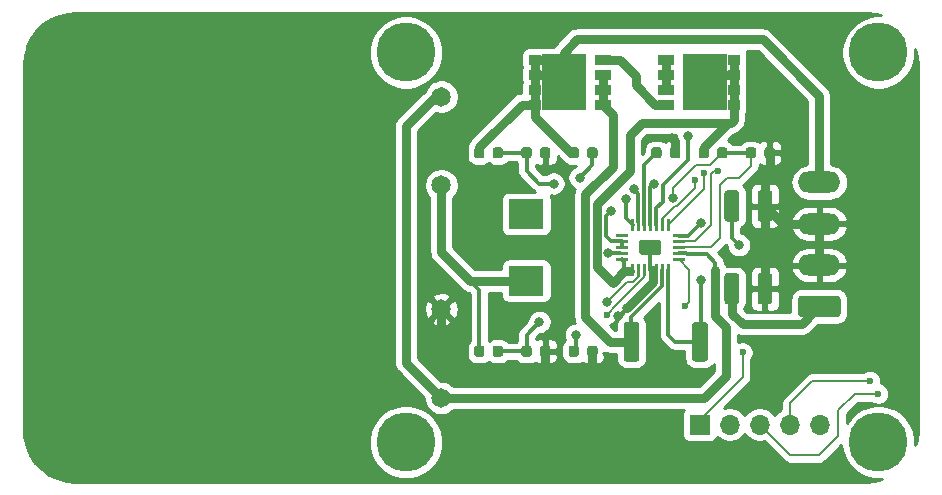
<source format=gbr>
%TF.GenerationSoftware,KiCad,Pcbnew,(5.1.6)-1*%
%TF.CreationDate,2020-12-03T13:02:19+08:00*%
%TF.ProjectId,SuperCap_UPS,53757065-7243-4617-905f-5550532e6b69,rev?*%
%TF.SameCoordinates,Original*%
%TF.FileFunction,Copper,L1,Top*%
%TF.FilePolarity,Positive*%
%FSLAX46Y46*%
G04 Gerber Fmt 4.6, Leading zero omitted, Abs format (unit mm)*
G04 Created by KiCad (PCBNEW (5.1.6)-1) date 2020-12-03 13:02:19*
%MOMM*%
%LPD*%
G01*
G04 APERTURE LIST*
%TA.AperFunction,ComponentPad*%
%ADD10O,1.700000X1.700000*%
%TD*%
%TA.AperFunction,ComponentPad*%
%ADD11R,1.700000X1.700000*%
%TD*%
%TA.AperFunction,ComponentPad*%
%ADD12C,5.000000*%
%TD*%
%TA.AperFunction,ComponentPad*%
%ADD13O,3.600000X1.800000*%
%TD*%
%TA.AperFunction,SMDPad,CuDef*%
%ADD14R,3.750000X4.700000*%
%TD*%
%TA.AperFunction,SMDPad,CuDef*%
%ADD15R,1.050000X0.850000*%
%TD*%
%TA.AperFunction,SMDPad,CuDef*%
%ADD16R,1.450000X0.850000*%
%TD*%
%TA.AperFunction,SMDPad,CuDef*%
%ADD17R,3.000000X2.500000*%
%TD*%
%TA.AperFunction,ComponentPad*%
%ADD18C,1.651000*%
%TD*%
%TA.AperFunction,ViaPad*%
%ADD19C,0.800000*%
%TD*%
%TA.AperFunction,ViaPad*%
%ADD20C,0.600000*%
%TD*%
%TA.AperFunction,Conductor*%
%ADD21C,0.762000*%
%TD*%
%TA.AperFunction,Conductor*%
%ADD22C,0.304800*%
%TD*%
%TA.AperFunction,Conductor*%
%ADD23C,0.200000*%
%TD*%
%TA.AperFunction,Conductor*%
%ADD24C,0.254000*%
%TD*%
G04 APERTURE END LIST*
D10*
%TO.P,J2,5*%
%TO.N,Net-(J2-Pad5)*%
X198040000Y-117500000D03*
%TO.P,J2,4*%
%TO.N,Net-(J2-Pad4)*%
X195500000Y-117500000D03*
%TO.P,J2,3*%
%TO.N,Net-(J2-Pad3)*%
X192960000Y-117500000D03*
%TO.P,J2,2*%
%TO.N,Net-(J2-Pad2)*%
X190420000Y-117500000D03*
D11*
%TO.P,J2,1*%
%TO.N,Net-(J2-Pad1)*%
X187880000Y-117500000D03*
%TD*%
D12*
%TO.P,REF\u002A\u002A,*%
%TO.N,*%
X163000000Y-86000000D03*
%TD*%
%TO.P,REF\u002A\u002A,*%
%TO.N,*%
X163000000Y-119000000D03*
%TD*%
%TO.P,REF\u002A\u002A,*%
%TO.N,*%
X203000000Y-119000000D03*
%TD*%
%TO.P,REF\u002A\u002A,*%
%TO.N,*%
X203000000Y-86000000D03*
%TD*%
D13*
%TO.P,J1,4*%
%TO.N,Vin*%
X198000000Y-97000000D03*
%TO.P,J1,3*%
%TO.N,GND*%
X198000000Y-100500000D03*
%TO.P,J1,2*%
X198000000Y-104000000D03*
%TO.P,J1,1*%
%TO.N,Vout*%
%TA.AperFunction,ComponentPad*%
G36*
G01*
X199550000Y-108400000D02*
X196450000Y-108400000D01*
G75*
G02*
X196200000Y-108150000I0J250000D01*
G01*
X196200000Y-106850000D01*
G75*
G02*
X196450000Y-106600000I250000J0D01*
G01*
X199550000Y-106600000D01*
G75*
G02*
X199800000Y-106850000I0J-250000D01*
G01*
X199800000Y-108150000D01*
G75*
G02*
X199550000Y-108400000I-250000J0D01*
G01*
G37*
%TD.AperFunction*%
%TD*%
%TO.P,R9,2*%
%TO.N,GND*%
%TA.AperFunction,SMDPad,CuDef*%
G36*
G01*
X174350000Y-111556250D02*
X174350000Y-111043750D01*
G75*
G02*
X174568750Y-110825000I218750J0D01*
G01*
X175006250Y-110825000D01*
G75*
G02*
X175225000Y-111043750I0J-218750D01*
G01*
X175225000Y-111556250D01*
G75*
G02*
X175006250Y-111775000I-218750J0D01*
G01*
X174568750Y-111775000D01*
G75*
G02*
X174350000Y-111556250I0J218750D01*
G01*
G37*
%TD.AperFunction*%
%TO.P,R9,1*%
%TO.N,Net-(R8-Pad2)*%
%TA.AperFunction,SMDPad,CuDef*%
G36*
G01*
X172775000Y-111556250D02*
X172775000Y-111043750D01*
G75*
G02*
X172993750Y-110825000I218750J0D01*
G01*
X173431250Y-110825000D01*
G75*
G02*
X173650000Y-111043750I0J-218750D01*
G01*
X173650000Y-111556250D01*
G75*
G02*
X173431250Y-111775000I-218750J0D01*
G01*
X172993750Y-111775000D01*
G75*
G02*
X172775000Y-111556250I0J218750D01*
G01*
G37*
%TD.AperFunction*%
%TD*%
%TO.P,R8,2*%
%TO.N,Net-(R8-Pad2)*%
%TA.AperFunction,SMDPad,CuDef*%
G36*
G01*
X170350000Y-111556250D02*
X170350000Y-111043750D01*
G75*
G02*
X170568750Y-110825000I218750J0D01*
G01*
X171006250Y-110825000D01*
G75*
G02*
X171225000Y-111043750I0J-218750D01*
G01*
X171225000Y-111556250D01*
G75*
G02*
X171006250Y-111775000I-218750J0D01*
G01*
X170568750Y-111775000D01*
G75*
G02*
X170350000Y-111556250I0J218750D01*
G01*
G37*
%TD.AperFunction*%
%TO.P,R8,1*%
%TO.N,Net-(C1-Pad1)*%
%TA.AperFunction,SMDPad,CuDef*%
G36*
G01*
X168775000Y-111556250D02*
X168775000Y-111043750D01*
G75*
G02*
X168993750Y-110825000I218750J0D01*
G01*
X169431250Y-110825000D01*
G75*
G02*
X169650000Y-111043750I0J-218750D01*
G01*
X169650000Y-111556250D01*
G75*
G02*
X169431250Y-111775000I-218750J0D01*
G01*
X168993750Y-111775000D01*
G75*
G02*
X168775000Y-111556250I0J218750D01*
G01*
G37*
%TD.AperFunction*%
%TD*%
%TO.P,R7,2*%
%TO.N,Net-(R6-Pad2)*%
%TA.AperFunction,SMDPad,CuDef*%
G36*
G01*
X192650000Y-94243750D02*
X192650000Y-94756250D01*
G75*
G02*
X192431250Y-94975000I-218750J0D01*
G01*
X191993750Y-94975000D01*
G75*
G02*
X191775000Y-94756250I0J218750D01*
G01*
X191775000Y-94243750D01*
G75*
G02*
X191993750Y-94025000I218750J0D01*
G01*
X192431250Y-94025000D01*
G75*
G02*
X192650000Y-94243750I0J-218750D01*
G01*
G37*
%TD.AperFunction*%
%TO.P,R7,1*%
%TO.N,GND*%
%TA.AperFunction,SMDPad,CuDef*%
G36*
G01*
X194225000Y-94243750D02*
X194225000Y-94756250D01*
G75*
G02*
X194006250Y-94975000I-218750J0D01*
G01*
X193568750Y-94975000D01*
G75*
G02*
X193350000Y-94756250I0J218750D01*
G01*
X193350000Y-94243750D01*
G75*
G02*
X193568750Y-94025000I218750J0D01*
G01*
X194006250Y-94025000D01*
G75*
G02*
X194225000Y-94243750I0J-218750D01*
G01*
G37*
%TD.AperFunction*%
%TD*%
%TO.P,R6,2*%
%TO.N,Net-(R6-Pad2)*%
%TA.AperFunction,SMDPad,CuDef*%
G36*
G01*
X189350000Y-94756250D02*
X189350000Y-94243750D01*
G75*
G02*
X189568750Y-94025000I218750J0D01*
G01*
X190006250Y-94025000D01*
G75*
G02*
X190225000Y-94243750I0J-218750D01*
G01*
X190225000Y-94756250D01*
G75*
G02*
X190006250Y-94975000I-218750J0D01*
G01*
X189568750Y-94975000D01*
G75*
G02*
X189350000Y-94756250I0J218750D01*
G01*
G37*
%TD.AperFunction*%
%TO.P,R6,1*%
%TO.N,Vout*%
%TA.AperFunction,SMDPad,CuDef*%
G36*
G01*
X187775000Y-94756250D02*
X187775000Y-94243750D01*
G75*
G02*
X187993750Y-94025000I218750J0D01*
G01*
X188431250Y-94025000D01*
G75*
G02*
X188650000Y-94243750I0J-218750D01*
G01*
X188650000Y-94756250D01*
G75*
G02*
X188431250Y-94975000I-218750J0D01*
G01*
X187993750Y-94975000D01*
G75*
G02*
X187775000Y-94756250I0J218750D01*
G01*
G37*
%TD.AperFunction*%
%TD*%
%TO.P,R5,2*%
%TO.N,GND*%
%TA.AperFunction,SMDPad,CuDef*%
G36*
G01*
X178350000Y-111556250D02*
X178350000Y-111043750D01*
G75*
G02*
X178568750Y-110825000I218750J0D01*
G01*
X179006250Y-110825000D01*
G75*
G02*
X179225000Y-111043750I0J-218750D01*
G01*
X179225000Y-111556250D01*
G75*
G02*
X179006250Y-111775000I-218750J0D01*
G01*
X178568750Y-111775000D01*
G75*
G02*
X178350000Y-111556250I0J218750D01*
G01*
G37*
%TD.AperFunction*%
%TO.P,R5,1*%
%TO.N,Net-(R5-Pad1)*%
%TA.AperFunction,SMDPad,CuDef*%
G36*
G01*
X176775000Y-111556250D02*
X176775000Y-111043750D01*
G75*
G02*
X176993750Y-110825000I218750J0D01*
G01*
X177431250Y-110825000D01*
G75*
G02*
X177650000Y-111043750I0J-218750D01*
G01*
X177650000Y-111556250D01*
G75*
G02*
X177431250Y-111775000I-218750J0D01*
G01*
X176993750Y-111775000D01*
G75*
G02*
X176775000Y-111556250I0J218750D01*
G01*
G37*
%TD.AperFunction*%
%TD*%
%TO.P,R4,2*%
%TO.N,Net-(C3-Pad1)*%
%TA.AperFunction,SMDPad,CuDef*%
G36*
G01*
X182775000Y-109074999D02*
X182775000Y-111925001D01*
G75*
G02*
X182525001Y-112175000I-249999J0D01*
G01*
X181674999Y-112175000D01*
G75*
G02*
X181425000Y-111925001I0J249999D01*
G01*
X181425000Y-109074999D01*
G75*
G02*
X181674999Y-108825000I249999J0D01*
G01*
X182525001Y-108825000D01*
G75*
G02*
X182775000Y-109074999I0J-249999D01*
G01*
G37*
%TD.AperFunction*%
%TO.P,R4,1*%
%TO.N,Net-(Q2-Pad2)*%
%TA.AperFunction,SMDPad,CuDef*%
G36*
G01*
X188575000Y-109074999D02*
X188575000Y-111925001D01*
G75*
G02*
X188325001Y-112175000I-249999J0D01*
G01*
X187474999Y-112175000D01*
G75*
G02*
X187225000Y-111925001I0J249999D01*
G01*
X187225000Y-109074999D01*
G75*
G02*
X187474999Y-108825000I249999J0D01*
G01*
X188325001Y-108825000D01*
G75*
G02*
X188575000Y-109074999I0J-249999D01*
G01*
G37*
%TD.AperFunction*%
%TD*%
%TO.P,R3,2*%
%TO.N,GND*%
%TA.AperFunction,SMDPad,CuDef*%
G36*
G01*
X174350000Y-94756250D02*
X174350000Y-94243750D01*
G75*
G02*
X174568750Y-94025000I218750J0D01*
G01*
X175006250Y-94025000D01*
G75*
G02*
X175225000Y-94243750I0J-218750D01*
G01*
X175225000Y-94756250D01*
G75*
G02*
X175006250Y-94975000I-218750J0D01*
G01*
X174568750Y-94975000D01*
G75*
G02*
X174350000Y-94756250I0J218750D01*
G01*
G37*
%TD.AperFunction*%
%TO.P,R3,1*%
%TO.N,Net-(R2-Pad1)*%
%TA.AperFunction,SMDPad,CuDef*%
G36*
G01*
X172775000Y-94756250D02*
X172775000Y-94243750D01*
G75*
G02*
X172993750Y-94025000I218750J0D01*
G01*
X173431250Y-94025000D01*
G75*
G02*
X173650000Y-94243750I0J-218750D01*
G01*
X173650000Y-94756250D01*
G75*
G02*
X173431250Y-94975000I-218750J0D01*
G01*
X172993750Y-94975000D01*
G75*
G02*
X172775000Y-94756250I0J218750D01*
G01*
G37*
%TD.AperFunction*%
%TD*%
%TO.P,R2,2*%
%TO.N,Vin*%
%TA.AperFunction,SMDPad,CuDef*%
G36*
G01*
X169650000Y-94243750D02*
X169650000Y-94756250D01*
G75*
G02*
X169431250Y-94975000I-218750J0D01*
G01*
X168993750Y-94975000D01*
G75*
G02*
X168775000Y-94756250I0J218750D01*
G01*
X168775000Y-94243750D01*
G75*
G02*
X168993750Y-94025000I218750J0D01*
G01*
X169431250Y-94025000D01*
G75*
G02*
X169650000Y-94243750I0J-218750D01*
G01*
G37*
%TD.AperFunction*%
%TO.P,R2,1*%
%TO.N,Net-(R2-Pad1)*%
%TA.AperFunction,SMDPad,CuDef*%
G36*
G01*
X171225000Y-94243750D02*
X171225000Y-94756250D01*
G75*
G02*
X171006250Y-94975000I-218750J0D01*
G01*
X170568750Y-94975000D01*
G75*
G02*
X170350000Y-94756250I0J218750D01*
G01*
X170350000Y-94243750D01*
G75*
G02*
X170568750Y-94025000I218750J0D01*
G01*
X171006250Y-94025000D01*
G75*
G02*
X171225000Y-94243750I0J-218750D01*
G01*
G37*
%TD.AperFunction*%
%TD*%
%TO.P,R1,2*%
%TO.N,Net-(R1-Pad2)*%
%TA.AperFunction,SMDPad,CuDef*%
G36*
G01*
X178350000Y-94756250D02*
X178350000Y-94243750D01*
G75*
G02*
X178568750Y-94025000I218750J0D01*
G01*
X179006250Y-94025000D01*
G75*
G02*
X179225000Y-94243750I0J-218750D01*
G01*
X179225000Y-94756250D01*
G75*
G02*
X179006250Y-94975000I-218750J0D01*
G01*
X178568750Y-94975000D01*
G75*
G02*
X178350000Y-94756250I0J218750D01*
G01*
G37*
%TD.AperFunction*%
%TO.P,R1,1*%
%TO.N,Vin*%
%TA.AperFunction,SMDPad,CuDef*%
G36*
G01*
X176775000Y-94756250D02*
X176775000Y-94243750D01*
G75*
G02*
X176993750Y-94025000I218750J0D01*
G01*
X177431250Y-94025000D01*
G75*
G02*
X177650000Y-94243750I0J-218750D01*
G01*
X177650000Y-94756250D01*
G75*
G02*
X177431250Y-94975000I-218750J0D01*
G01*
X176993750Y-94975000D01*
G75*
G02*
X176775000Y-94756250I0J218750D01*
G01*
G37*
%TD.AperFunction*%
%TD*%
D14*
%TO.P,Q2,3*%
%TO.N,Vout*%
X188350000Y-88500000D03*
D15*
X190750000Y-86595000D03*
X190750000Y-87865000D03*
X190750000Y-89135000D03*
X190750000Y-90405000D03*
D16*
%TO.P,Q2,1*%
%TO.N,Net-(Q1-Pad1)*%
X185050000Y-90405000D03*
%TO.P,Q2,2*%
%TO.N,Net-(Q2-Pad2)*%
X185050000Y-89135000D03*
X185050000Y-87865000D03*
X185050000Y-86595000D03*
%TD*%
D14*
%TO.P,Q1,3*%
%TO.N,Vin*%
X176350000Y-88500000D03*
D15*
X173950000Y-90405000D03*
X173950000Y-89135000D03*
X173950000Y-87865000D03*
X173950000Y-86595000D03*
D16*
%TO.P,Q1,1*%
%TO.N,Net-(Q1-Pad1)*%
X179650000Y-86595000D03*
%TO.P,Q1,2*%
%TO.N,Net-(C3-Pad1)*%
X179650000Y-87865000D03*
X179650000Y-89135000D03*
X179650000Y-90405000D03*
%TD*%
%TO.P,C5,2*%
%TO.N,GND*%
%TA.AperFunction,SMDPad,CuDef*%
G36*
G01*
X192775000Y-107075000D02*
X192775000Y-104925000D01*
G75*
G02*
X193025000Y-104675000I250000J0D01*
G01*
X193775000Y-104675000D01*
G75*
G02*
X194025000Y-104925000I0J-250000D01*
G01*
X194025000Y-107075000D01*
G75*
G02*
X193775000Y-107325000I-250000J0D01*
G01*
X193025000Y-107325000D01*
G75*
G02*
X192775000Y-107075000I0J250000D01*
G01*
G37*
%TD.AperFunction*%
%TO.P,C5,1*%
%TO.N,Vout*%
%TA.AperFunction,SMDPad,CuDef*%
G36*
G01*
X189975000Y-107075000D02*
X189975000Y-104925000D01*
G75*
G02*
X190225000Y-104675000I250000J0D01*
G01*
X190975000Y-104675000D01*
G75*
G02*
X191225000Y-104925000I0J-250000D01*
G01*
X191225000Y-107075000D01*
G75*
G02*
X190975000Y-107325000I-250000J0D01*
G01*
X190225000Y-107325000D01*
G75*
G02*
X189975000Y-107075000I0J250000D01*
G01*
G37*
%TD.AperFunction*%
%TD*%
%TO.P,C4,2*%
%TO.N,GND*%
%TA.AperFunction,SMDPad,CuDef*%
G36*
G01*
X185350000Y-94756250D02*
X185350000Y-94243750D01*
G75*
G02*
X185568750Y-94025000I218750J0D01*
G01*
X186006250Y-94025000D01*
G75*
G02*
X186225000Y-94243750I0J-218750D01*
G01*
X186225000Y-94756250D01*
G75*
G02*
X186006250Y-94975000I-218750J0D01*
G01*
X185568750Y-94975000D01*
G75*
G02*
X185350000Y-94756250I0J218750D01*
G01*
G37*
%TD.AperFunction*%
%TO.P,C4,1*%
%TO.N,Net-(C4-Pad1)*%
%TA.AperFunction,SMDPad,CuDef*%
G36*
G01*
X183775000Y-94756250D02*
X183775000Y-94243750D01*
G75*
G02*
X183993750Y-94025000I218750J0D01*
G01*
X184431250Y-94025000D01*
G75*
G02*
X184650000Y-94243750I0J-218750D01*
G01*
X184650000Y-94756250D01*
G75*
G02*
X184431250Y-94975000I-218750J0D01*
G01*
X183993750Y-94975000D01*
G75*
G02*
X183775000Y-94756250I0J218750D01*
G01*
G37*
%TD.AperFunction*%
%TD*%
%TO.P,C3,2*%
%TO.N,GND*%
%TA.AperFunction,SMDPad,CuDef*%
G36*
G01*
X192775000Y-100075000D02*
X192775000Y-97925000D01*
G75*
G02*
X193025000Y-97675000I250000J0D01*
G01*
X193775000Y-97675000D01*
G75*
G02*
X194025000Y-97925000I0J-250000D01*
G01*
X194025000Y-100075000D01*
G75*
G02*
X193775000Y-100325000I-250000J0D01*
G01*
X193025000Y-100325000D01*
G75*
G02*
X192775000Y-100075000I0J250000D01*
G01*
G37*
%TD.AperFunction*%
%TO.P,C3,1*%
%TO.N,Net-(C3-Pad1)*%
%TA.AperFunction,SMDPad,CuDef*%
G36*
G01*
X189975000Y-100075000D02*
X189975000Y-97925000D01*
G75*
G02*
X190225000Y-97675000I250000J0D01*
G01*
X190975000Y-97675000D01*
G75*
G02*
X191225000Y-97925000I0J-250000D01*
G01*
X191225000Y-100075000D01*
G75*
G02*
X190975000Y-100325000I-250000J0D01*
G01*
X190225000Y-100325000D01*
G75*
G02*
X189975000Y-100075000I0J250000D01*
G01*
G37*
%TD.AperFunction*%
%TD*%
D17*
%TO.P,L1,2*%
%TO.N,Net-(C1-Pad1)*%
X173200000Y-105325000D03*
%TO.P,L1,1*%
%TO.N,Net-(L1-Pad1)*%
X173200000Y-99675000D03*
%TD*%
%TO.P,U1,25*%
%TO.N,GND*%
%TA.AperFunction,SMDPad,CuDef*%
G36*
G01*
X184500000Y-103125000D02*
X182900000Y-103125000D01*
G75*
G02*
X182775000Y-103000000I0J125000D01*
G01*
X182775000Y-102000000D01*
G75*
G02*
X182900000Y-101875000I125000J0D01*
G01*
X184500000Y-101875000D01*
G75*
G02*
X184625000Y-102000000I0J-125000D01*
G01*
X184625000Y-103000000D01*
G75*
G02*
X184500000Y-103125000I-125000J0D01*
G01*
G37*
%TD.AperFunction*%
%TO.P,U1,1*%
%TO.N,Vout*%
%TA.AperFunction,SMDPad,CuDef*%
G36*
G01*
X182300000Y-104900000D02*
X182100000Y-104900000D01*
G75*
G02*
X182075000Y-104875000I0J25000D01*
G01*
X182075000Y-103925000D01*
G75*
G02*
X182100000Y-103900000I25000J0D01*
G01*
X182300000Y-103900000D01*
G75*
G02*
X182325000Y-103925000I0J-25000D01*
G01*
X182325000Y-104875000D01*
G75*
G02*
X182300000Y-104900000I-25000J0D01*
G01*
G37*
%TD.AperFunction*%
%TO.P,U1,2*%
%TO.N,Net-(R5-Pad1)*%
%TA.AperFunction,SMDPad,CuDef*%
G36*
G01*
X182800000Y-104900000D02*
X182600000Y-104900000D01*
G75*
G02*
X182575000Y-104875000I0J25000D01*
G01*
X182575000Y-103925000D01*
G75*
G02*
X182600000Y-103900000I25000J0D01*
G01*
X182800000Y-103900000D01*
G75*
G02*
X182825000Y-103925000I0J-25000D01*
G01*
X182825000Y-104875000D01*
G75*
G02*
X182800000Y-104900000I-25000J0D01*
G01*
G37*
%TD.AperFunction*%
%TO.P,U1,3*%
%TO.N,Net-(J2-Pad2)*%
%TA.AperFunction,SMDPad,CuDef*%
G36*
G01*
X183300000Y-104900000D02*
X183100000Y-104900000D01*
G75*
G02*
X183075000Y-104875000I0J25000D01*
G01*
X183075000Y-103925000D01*
G75*
G02*
X183100000Y-103900000I25000J0D01*
G01*
X183300000Y-103900000D01*
G75*
G02*
X183325000Y-103925000I0J-25000D01*
G01*
X183325000Y-104875000D01*
G75*
G02*
X183300000Y-104900000I-25000J0D01*
G01*
G37*
%TD.AperFunction*%
%TO.P,U1,4*%
%TO.N,GND*%
%TA.AperFunction,SMDPad,CuDef*%
G36*
G01*
X183800000Y-104900000D02*
X183600000Y-104900000D01*
G75*
G02*
X183575000Y-104875000I0J25000D01*
G01*
X183575000Y-103925000D01*
G75*
G02*
X183600000Y-103900000I25000J0D01*
G01*
X183800000Y-103900000D01*
G75*
G02*
X183825000Y-103925000I0J-25000D01*
G01*
X183825000Y-104875000D01*
G75*
G02*
X183800000Y-104900000I-25000J0D01*
G01*
G37*
%TD.AperFunction*%
%TO.P,U1,5*%
%TA.AperFunction,SMDPad,CuDef*%
G36*
G01*
X184300000Y-104900000D02*
X184100000Y-104900000D01*
G75*
G02*
X184075000Y-104875000I0J25000D01*
G01*
X184075000Y-103925000D01*
G75*
G02*
X184100000Y-103900000I25000J0D01*
G01*
X184300000Y-103900000D01*
G75*
G02*
X184325000Y-103925000I0J-25000D01*
G01*
X184325000Y-104875000D01*
G75*
G02*
X184300000Y-104900000I-25000J0D01*
G01*
G37*
%TD.AperFunction*%
%TO.P,U1,6*%
%TO.N,Net-(C3-Pad1)*%
%TA.AperFunction,SMDPad,CuDef*%
G36*
G01*
X184800000Y-104900000D02*
X184600000Y-104900000D01*
G75*
G02*
X184575000Y-104875000I0J25000D01*
G01*
X184575000Y-103925000D01*
G75*
G02*
X184600000Y-103900000I25000J0D01*
G01*
X184800000Y-103900000D01*
G75*
G02*
X184825000Y-103925000I0J-25000D01*
G01*
X184825000Y-104875000D01*
G75*
G02*
X184800000Y-104900000I-25000J0D01*
G01*
G37*
%TD.AperFunction*%
%TO.P,U1,7*%
%TO.N,Net-(Q2-Pad2)*%
%TA.AperFunction,SMDPad,CuDef*%
G36*
G01*
X185300000Y-104900000D02*
X185100000Y-104900000D01*
G75*
G02*
X185075000Y-104875000I0J25000D01*
G01*
X185075000Y-103925000D01*
G75*
G02*
X185100000Y-103900000I25000J0D01*
G01*
X185300000Y-103900000D01*
G75*
G02*
X185325000Y-103925000I0J-25000D01*
G01*
X185325000Y-104875000D01*
G75*
G02*
X185300000Y-104900000I-25000J0D01*
G01*
G37*
%TD.AperFunction*%
%TO.P,U1,13*%
%TO.N,Net-(J2-Pad3)*%
%TA.AperFunction,SMDPad,CuDef*%
G36*
G01*
X185300000Y-101100000D02*
X185100000Y-101100000D01*
G75*
G02*
X185075000Y-101075000I0J25000D01*
G01*
X185075000Y-100125000D01*
G75*
G02*
X185100000Y-100100000I25000J0D01*
G01*
X185300000Y-100100000D01*
G75*
G02*
X185325000Y-100125000I0J-25000D01*
G01*
X185325000Y-101075000D01*
G75*
G02*
X185300000Y-101100000I-25000J0D01*
G01*
G37*
%TD.AperFunction*%
%TO.P,U1,14*%
%TO.N,Net-(J2-Pad5)*%
%TA.AperFunction,SMDPad,CuDef*%
G36*
G01*
X184800000Y-101100000D02*
X184600000Y-101100000D01*
G75*
G02*
X184575000Y-101075000I0J25000D01*
G01*
X184575000Y-100125000D01*
G75*
G02*
X184600000Y-100100000I25000J0D01*
G01*
X184800000Y-100100000D01*
G75*
G02*
X184825000Y-100125000I0J-25000D01*
G01*
X184825000Y-101075000D01*
G75*
G02*
X184800000Y-101100000I-25000J0D01*
G01*
G37*
%TD.AperFunction*%
%TO.P,U1,15*%
%TO.N,Net-(Q1-Pad1)*%
%TA.AperFunction,SMDPad,CuDef*%
G36*
G01*
X184300000Y-101100000D02*
X184100000Y-101100000D01*
G75*
G02*
X184075000Y-101075000I0J25000D01*
G01*
X184075000Y-100125000D01*
G75*
G02*
X184100000Y-100100000I25000J0D01*
G01*
X184300000Y-100100000D01*
G75*
G02*
X184325000Y-100125000I0J-25000D01*
G01*
X184325000Y-101075000D01*
G75*
G02*
X184300000Y-101100000I-25000J0D01*
G01*
G37*
%TD.AperFunction*%
%TO.P,U1,16*%
%TO.N,Net-(R1-Pad2)*%
%TA.AperFunction,SMDPad,CuDef*%
G36*
G01*
X183800000Y-101100000D02*
X183600000Y-101100000D01*
G75*
G02*
X183575000Y-101075000I0J25000D01*
G01*
X183575000Y-100125000D01*
G75*
G02*
X183600000Y-100100000I25000J0D01*
G01*
X183800000Y-100100000D01*
G75*
G02*
X183825000Y-100125000I0J-25000D01*
G01*
X183825000Y-101075000D01*
G75*
G02*
X183800000Y-101100000I-25000J0D01*
G01*
G37*
%TD.AperFunction*%
%TO.P,U1,17*%
%TO.N,Net-(C4-Pad1)*%
%TA.AperFunction,SMDPad,CuDef*%
G36*
G01*
X183300000Y-101100000D02*
X183100000Y-101100000D01*
G75*
G02*
X183075000Y-101075000I0J25000D01*
G01*
X183075000Y-100125000D01*
G75*
G02*
X183100000Y-100100000I25000J0D01*
G01*
X183300000Y-100100000D01*
G75*
G02*
X183325000Y-100125000I0J-25000D01*
G01*
X183325000Y-101075000D01*
G75*
G02*
X183300000Y-101100000I-25000J0D01*
G01*
G37*
%TD.AperFunction*%
%TO.P,U1,18*%
%TO.N,Net-(R6-Pad2)*%
%TA.AperFunction,SMDPad,CuDef*%
G36*
G01*
X182800000Y-101100000D02*
X182600000Y-101100000D01*
G75*
G02*
X182575000Y-101075000I0J25000D01*
G01*
X182575000Y-100125000D01*
G75*
G02*
X182600000Y-100100000I25000J0D01*
G01*
X182800000Y-100100000D01*
G75*
G02*
X182825000Y-100125000I0J-25000D01*
G01*
X182825000Y-101075000D01*
G75*
G02*
X182800000Y-101100000I-25000J0D01*
G01*
G37*
%TD.AperFunction*%
%TO.P,U1,19*%
%TO.N,Net-(R2-Pad1)*%
%TA.AperFunction,SMDPad,CuDef*%
G36*
G01*
X182300000Y-101100000D02*
X182100000Y-101100000D01*
G75*
G02*
X182075000Y-101075000I0J25000D01*
G01*
X182075000Y-100125000D01*
G75*
G02*
X182100000Y-100100000I25000J0D01*
G01*
X182300000Y-100100000D01*
G75*
G02*
X182325000Y-100125000I0J-25000D01*
G01*
X182325000Y-101075000D01*
G75*
G02*
X182300000Y-101100000I-25000J0D01*
G01*
G37*
%TD.AperFunction*%
%TO.P,U1,8*%
%TO.N,Net-(J2-Pad1)*%
%TA.AperFunction,SMDPad,CuDef*%
G36*
G01*
X186575000Y-103625000D02*
X185625000Y-103625000D01*
G75*
G02*
X185600000Y-103600000I0J25000D01*
G01*
X185600000Y-103400000D01*
G75*
G02*
X185625000Y-103375000I25000J0D01*
G01*
X186575000Y-103375000D01*
G75*
G02*
X186600000Y-103400000I0J-25000D01*
G01*
X186600000Y-103600000D01*
G75*
G02*
X186575000Y-103625000I-25000J0D01*
G01*
G37*
%TD.AperFunction*%
%TO.P,U1,9*%
%TO.N,Net-(C1-Pad2)*%
%TA.AperFunction,SMDPad,CuDef*%
G36*
G01*
X186575000Y-103125000D02*
X185625000Y-103125000D01*
G75*
G02*
X185600000Y-103100000I0J25000D01*
G01*
X185600000Y-102900000D01*
G75*
G02*
X185625000Y-102875000I25000J0D01*
G01*
X186575000Y-102875000D01*
G75*
G02*
X186600000Y-102900000I0J-25000D01*
G01*
X186600000Y-103100000D01*
G75*
G02*
X186575000Y-103125000I-25000J0D01*
G01*
G37*
%TD.AperFunction*%
%TO.P,U1,10*%
%TO.N,Net-(R6-Pad2)*%
%TA.AperFunction,SMDPad,CuDef*%
G36*
G01*
X186575000Y-102625000D02*
X185625000Y-102625000D01*
G75*
G02*
X185600000Y-102600000I0J25000D01*
G01*
X185600000Y-102400000D01*
G75*
G02*
X185625000Y-102375000I25000J0D01*
G01*
X186575000Y-102375000D01*
G75*
G02*
X186600000Y-102400000I0J-25000D01*
G01*
X186600000Y-102600000D01*
G75*
G02*
X186575000Y-102625000I-25000J0D01*
G01*
G37*
%TD.AperFunction*%
%TO.P,U1,11*%
%TO.N,Net-(J2-Pad4)*%
%TA.AperFunction,SMDPad,CuDef*%
G36*
G01*
X186575000Y-102125000D02*
X185625000Y-102125000D01*
G75*
G02*
X185600000Y-102100000I0J25000D01*
G01*
X185600000Y-101900000D01*
G75*
G02*
X185625000Y-101875000I25000J0D01*
G01*
X186575000Y-101875000D01*
G75*
G02*
X186600000Y-101900000I0J-25000D01*
G01*
X186600000Y-102100000D01*
G75*
G02*
X186575000Y-102125000I-25000J0D01*
G01*
G37*
%TD.AperFunction*%
%TO.P,U1,12*%
%TO.N,Net-(R8-Pad2)*%
%TA.AperFunction,SMDPad,CuDef*%
G36*
G01*
X186575000Y-101625000D02*
X185625000Y-101625000D01*
G75*
G02*
X185600000Y-101600000I0J25000D01*
G01*
X185600000Y-101400000D01*
G75*
G02*
X185625000Y-101375000I25000J0D01*
G01*
X186575000Y-101375000D01*
G75*
G02*
X186600000Y-101400000I0J-25000D01*
G01*
X186600000Y-101600000D01*
G75*
G02*
X186575000Y-101625000I-25000J0D01*
G01*
G37*
%TD.AperFunction*%
%TO.P,U1,20*%
%TO.N,Net-(U1-Pad20)*%
%TA.AperFunction,SMDPad,CuDef*%
G36*
G01*
X181775000Y-101625000D02*
X180825000Y-101625000D01*
G75*
G02*
X180800000Y-101600000I0J25000D01*
G01*
X180800000Y-101400000D01*
G75*
G02*
X180825000Y-101375000I25000J0D01*
G01*
X181775000Y-101375000D01*
G75*
G02*
X181800000Y-101400000I0J-25000D01*
G01*
X181800000Y-101600000D01*
G75*
G02*
X181775000Y-101625000I-25000J0D01*
G01*
G37*
%TD.AperFunction*%
%TO.P,U1,21*%
%TO.N,Net-(L1-Pad1)*%
%TA.AperFunction,SMDPad,CuDef*%
G36*
G01*
X181775000Y-102125000D02*
X180825000Y-102125000D01*
G75*
G02*
X180800000Y-102100000I0J25000D01*
G01*
X180800000Y-101900000D01*
G75*
G02*
X180825000Y-101875000I25000J0D01*
G01*
X181775000Y-101875000D01*
G75*
G02*
X181800000Y-101900000I0J-25000D01*
G01*
X181800000Y-102100000D01*
G75*
G02*
X181775000Y-102125000I-25000J0D01*
G01*
G37*
%TD.AperFunction*%
%TO.P,U1,22*%
%TA.AperFunction,SMDPad,CuDef*%
G36*
G01*
X181775000Y-102625000D02*
X180825000Y-102625000D01*
G75*
G02*
X180800000Y-102600000I0J25000D01*
G01*
X180800000Y-102400000D01*
G75*
G02*
X180825000Y-102375000I25000J0D01*
G01*
X181775000Y-102375000D01*
G75*
G02*
X181800000Y-102400000I0J-25000D01*
G01*
X181800000Y-102600000D01*
G75*
G02*
X181775000Y-102625000I-25000J0D01*
G01*
G37*
%TD.AperFunction*%
%TO.P,U1,23*%
%TO.N,Net-(C1-Pad1)*%
%TA.AperFunction,SMDPad,CuDef*%
G36*
G01*
X181775000Y-103125000D02*
X180825000Y-103125000D01*
G75*
G02*
X180800000Y-103100000I0J25000D01*
G01*
X180800000Y-102900000D01*
G75*
G02*
X180825000Y-102875000I25000J0D01*
G01*
X181775000Y-102875000D01*
G75*
G02*
X181800000Y-102900000I0J-25000D01*
G01*
X181800000Y-103100000D01*
G75*
G02*
X181775000Y-103125000I-25000J0D01*
G01*
G37*
%TD.AperFunction*%
%TO.P,U1,24*%
%TO.N,Vout*%
%TA.AperFunction,SMDPad,CuDef*%
G36*
G01*
X181775000Y-103625000D02*
X180825000Y-103625000D01*
G75*
G02*
X180800000Y-103600000I0J25000D01*
G01*
X180800000Y-103400000D01*
G75*
G02*
X180825000Y-103375000I25000J0D01*
G01*
X181775000Y-103375000D01*
G75*
G02*
X181800000Y-103400000I0J-25000D01*
G01*
X181800000Y-103600000D01*
G75*
G02*
X181775000Y-103625000I-25000J0D01*
G01*
G37*
%TD.AperFunction*%
%TD*%
D18*
%TO.P,C2,1*%
%TO.N,Net-(C1-Pad2)*%
X166000000Y-115250000D03*
%TO.P,C2,2*%
%TO.N,GND*%
X166000000Y-107750000D03*
%TD*%
%TO.P,C1,1*%
%TO.N,Net-(C1-Pad1)*%
X166000000Y-97250000D03*
%TO.P,C1,2*%
%TO.N,Net-(C1-Pad2)*%
X166000000Y-89750000D03*
%TD*%
D19*
%TO.N,Net-(C1-Pad1)*%
X180100000Y-103000000D03*
X173100000Y-105400000D03*
%TO.N,Net-(L1-Pad1)*%
X174200000Y-99600000D03*
X180400000Y-99400000D03*
D20*
%TO.N,GND*%
X184300000Y-102500000D03*
X183100000Y-102500000D03*
D19*
X185500000Y-93200000D03*
X181000000Y-108300000D03*
X181700000Y-107600000D03*
D20*
X183700000Y-102500000D03*
D19*
%TO.N,Net-(C3-Pad1)*%
X182200000Y-111300000D03*
X191200000Y-102300000D03*
%TO.N,Net-(Q1-Pad1)*%
X186900000Y-93100000D03*
X185050000Y-90405000D03*
%TO.N,Net-(Q2-Pad2)*%
X185050000Y-89135000D03*
X188000000Y-105300000D03*
%TO.N,Net-(R1-Pad2)*%
X177700000Y-96600000D03*
X184000000Y-97100000D03*
%TO.N,Net-(R2-Pad1)*%
X175500000Y-97100000D03*
X181600000Y-98400000D03*
%TO.N,Net-(R5-Pad1)*%
X177400000Y-109900000D03*
X180000000Y-107100000D03*
%TO.N,Net-(R6-Pad2)*%
X182300000Y-97600000D03*
X185600000Y-98300000D03*
%TO.N,Net-(R8-Pad2)*%
X188000000Y-100400000D03*
X174300000Y-108800000D03*
%TO.N,Vout*%
X190600000Y-106000000D03*
X180500000Y-105500000D03*
D20*
%TO.N,Net-(J2-Pad5)*%
X187500000Y-96800000D03*
%TO.N,Net-(J2-Pad4)*%
X189400000Y-96000000D03*
X202300000Y-113800000D03*
%TO.N,Net-(J2-Pad3)*%
X188200000Y-96200000D03*
X203000000Y-114900000D03*
%TO.N,Net-(J2-Pad2)*%
X180000000Y-108200000D03*
%TO.N,Net-(J2-Pad1)*%
X186600000Y-107500000D03*
X191500000Y-111400000D03*
%TD*%
D21*
%TO.N,Net-(C1-Pad2)*%
X163000000Y-92250000D02*
X166000000Y-89250000D01*
X163000000Y-112250000D02*
X166000000Y-115250000D01*
X163000000Y-92250000D02*
X163000000Y-112250000D01*
X166000000Y-115250000D02*
X188250000Y-115250000D01*
X188250000Y-115250000D02*
X190100000Y-113400000D01*
X190100000Y-113400000D02*
X190100000Y-109200000D01*
X190100000Y-109200000D02*
X189200000Y-108300000D01*
X189200000Y-108300000D02*
X189200000Y-104400000D01*
D22*
X186713552Y-103004810D02*
X186100000Y-103004810D01*
X186808742Y-103100000D02*
X186713552Y-103004810D01*
X189200000Y-104400000D02*
X189200000Y-103800000D01*
X188500000Y-103100000D02*
X186808742Y-103100000D01*
X189200000Y-103800000D02*
X188500000Y-103100000D01*
D21*
%TO.N,Net-(C1-Pad1)*%
X166000000Y-97250000D02*
X166000000Y-102900000D01*
X168425000Y-105325000D02*
X173200000Y-105325000D01*
X166000000Y-102900000D02*
X168425000Y-105325000D01*
D22*
X169212500Y-106112500D02*
X168425000Y-105325000D01*
X169212500Y-111300000D02*
X169212500Y-106112500D01*
X173200000Y-105325000D02*
X173200000Y-104900000D01*
X180100000Y-103000000D02*
X181086091Y-103000000D01*
%TO.N,Net-(L1-Pad1)*%
X181300000Y-102500000D02*
X181300000Y-102000000D01*
X181300000Y-102000000D02*
X180400000Y-102000000D01*
X180400000Y-102000000D02*
X179933410Y-101533410D01*
X179933410Y-101533410D02*
X179933410Y-99866590D01*
X179933410Y-99866590D02*
X180400000Y-99400000D01*
X180400000Y-99400000D02*
X180400000Y-99400000D01*
D21*
%TO.N,GND*%
X193400000Y-99000000D02*
X193400000Y-106000000D01*
X198000000Y-104000000D02*
X198000000Y-100500000D01*
X193400000Y-99000000D02*
X194900000Y-100500000D01*
X194900000Y-100500000D02*
X198000000Y-100500000D01*
X193400000Y-99000000D02*
X193400000Y-96700000D01*
X193787500Y-96312500D02*
X193787500Y-94500000D01*
X193400000Y-96700000D02*
X193787500Y-96312500D01*
X174787500Y-111300000D02*
X174787500Y-112687500D01*
X174787500Y-112687500D02*
X175400000Y-113300000D01*
X175400000Y-113300000D02*
X178000000Y-113300000D01*
X178787500Y-112512500D02*
X178787500Y-111300000D01*
X178000000Y-113300000D02*
X178787500Y-112512500D01*
X166000000Y-107750000D02*
X166000000Y-111800000D01*
X167500000Y-113300000D02*
X175400000Y-113300000D01*
X166000000Y-111800000D02*
X167500000Y-113300000D01*
D22*
X183700000Y-104400000D02*
X184195190Y-104400000D01*
X183700000Y-104400000D02*
X183700000Y-102500000D01*
D21*
X183906010Y-105393990D02*
X183906010Y-104400000D01*
X181700000Y-107600000D02*
X183906010Y-105393990D01*
X185787500Y-93487500D02*
X185500000Y-93200000D01*
X185787500Y-94500000D02*
X185787500Y-93487500D01*
D22*
X183700000Y-102500000D02*
X183700000Y-102500000D01*
X183700000Y-102500000D02*
X183700000Y-102500000D01*
%TO.N,Net-(C3-Pad1)*%
X184700000Y-104400000D02*
X184700000Y-105800000D01*
X182100000Y-108400000D02*
X182100000Y-110500000D01*
X184700000Y-105800000D02*
X182100000Y-108400000D01*
D21*
X179650000Y-87865000D02*
X179650000Y-89135000D01*
X179650000Y-90405000D02*
X179650000Y-89135000D01*
X180500000Y-110500000D02*
X182100000Y-110500000D01*
X180300000Y-110500000D02*
X180500000Y-110500000D01*
X178200000Y-108400000D02*
X180300000Y-110500000D01*
X180500000Y-91255000D02*
X180500000Y-95700000D01*
X179650000Y-90405000D02*
X180500000Y-91255000D01*
X180500000Y-95700000D02*
X178200000Y-98000000D01*
X178200000Y-98000000D02*
X178200000Y-108400000D01*
D22*
X190600000Y-99000000D02*
X190600000Y-101700000D01*
X190600000Y-101700000D02*
X191200000Y-102300000D01*
X191200000Y-102300000D02*
X191200000Y-102300000D01*
%TO.N,Net-(C4-Pad1)*%
X183200000Y-95512500D02*
X184212500Y-94500000D01*
X183200000Y-100600000D02*
X183200000Y-95512500D01*
D21*
%TO.N,Net-(Q1-Pad1)*%
X181137000Y-86595000D02*
X182500000Y-87958000D01*
X179650000Y-86595000D02*
X181137000Y-86595000D01*
X182500000Y-88780802D02*
X184124198Y-90405000D01*
X184124198Y-90405000D02*
X185050000Y-90405000D01*
X182500000Y-87958000D02*
X182500000Y-88780802D01*
D22*
X184752401Y-98647599D02*
X184209620Y-99190380D01*
X184209620Y-99190380D02*
X184209620Y-100600000D01*
X184752401Y-97247599D02*
X184752401Y-98647599D01*
X186900000Y-93100000D02*
X186900000Y-95100000D01*
X186900000Y-95100000D02*
X184752401Y-97247599D01*
D21*
X185050000Y-90405000D02*
X185050000Y-90405000D01*
D22*
%TO.N,Net-(Q2-Pad2)*%
X185204810Y-106009099D02*
X185204810Y-104400000D01*
X185204810Y-106704810D02*
X185204810Y-106009099D01*
D21*
X185050000Y-86595000D02*
X185050000Y-87865000D01*
X185050000Y-89135000D02*
X185050000Y-89135000D01*
X185050000Y-89135000D02*
X185050000Y-87865000D01*
D22*
X185204810Y-106009099D02*
X185204810Y-109904810D01*
X185800000Y-110500000D02*
X187900000Y-110500000D01*
X185204810Y-109904810D02*
X185800000Y-110500000D01*
X188000000Y-110400000D02*
X187900000Y-110500000D01*
X188000000Y-105300000D02*
X188000000Y-110400000D01*
%TO.N,Net-(R1-Pad2)*%
X178787500Y-94500000D02*
X178787500Y-95512500D01*
X178787500Y-95512500D02*
X177700000Y-96600000D01*
X177700000Y-96600000D02*
X177700000Y-96600000D01*
X183704810Y-97395190D02*
X183704810Y-100600000D01*
X184000000Y-97100000D02*
X183704810Y-97395190D01*
%TO.N,Net-(R2-Pad1)*%
X170787500Y-94500000D02*
X173212500Y-94500000D01*
X173212500Y-94500000D02*
X173212500Y-96012500D01*
X173212500Y-96012500D02*
X174300000Y-97100000D01*
X174300000Y-97100000D02*
X175500000Y-97100000D01*
X175500000Y-97100000D02*
X175500000Y-97100000D01*
X181600000Y-100000000D02*
X182200000Y-100600000D01*
X181600000Y-98400000D02*
X181600000Y-100000000D01*
%TO.N,Net-(R5-Pad1)*%
X177212500Y-111300000D02*
X177000000Y-111300000D01*
X177400000Y-111112500D02*
X177212500Y-111300000D01*
X177400000Y-109900000D02*
X177400000Y-111112500D01*
D23*
X180000000Y-107100000D02*
X181700000Y-105400000D01*
X182700000Y-104934636D02*
X182700000Y-104400000D01*
X182234636Y-105400000D02*
X182700000Y-104934636D01*
X181700000Y-105400000D02*
X182234636Y-105400000D01*
D22*
%TO.N,Net-(R6-Pad2)*%
X182677410Y-97977410D02*
X182677410Y-100363502D01*
X182300000Y-97600000D02*
X182677410Y-97977410D01*
X189787500Y-94500000D02*
X192212500Y-94500000D01*
D23*
X192212500Y-95587500D02*
X192212500Y-94500000D01*
X191200000Y-96600000D02*
X192212500Y-95587500D01*
X186100000Y-102500000D02*
X188800000Y-102500000D01*
X189600000Y-101700000D02*
X189600000Y-97200000D01*
X188800000Y-102500000D02*
X189600000Y-101700000D01*
X189600000Y-97200000D02*
X190200000Y-96600000D01*
X190200000Y-96600000D02*
X191200000Y-96600000D01*
X185600000Y-98300000D02*
X185600000Y-97500000D01*
X185600000Y-97500000D02*
X187600000Y-95500000D01*
X188787500Y-95500000D02*
X189787500Y-94500000D01*
X187600000Y-95500000D02*
X188787500Y-95500000D01*
D22*
%TO.N,Net-(R8-Pad2)*%
X170787500Y-111300000D02*
X173212500Y-111300000D01*
X186100000Y-101500000D02*
X186700000Y-101500000D01*
X173212500Y-109887500D02*
X174300000Y-108800000D01*
X173212500Y-111300000D02*
X173212500Y-109887500D01*
X186900000Y-101500000D02*
X188000000Y-100400000D01*
X186100000Y-101500000D02*
X186900000Y-101500000D01*
D21*
%TO.N,Vout*%
X190750000Y-86595000D02*
X190750000Y-87865000D01*
X190750000Y-89135000D02*
X190750000Y-90405000D01*
X190750000Y-89135000D02*
X190750000Y-87865000D01*
X190600000Y-106000000D02*
X190600000Y-106000000D01*
X190600000Y-108100000D02*
X191500000Y-109000000D01*
X196500000Y-109000000D02*
X198000000Y-107500000D01*
X191500000Y-109000000D02*
X196500000Y-109000000D01*
X190600000Y-106000000D02*
X190600000Y-108100000D01*
X180500000Y-105500000D02*
X181500000Y-104500000D01*
X181500000Y-104500000D02*
X181993990Y-104500000D01*
D22*
X181500000Y-103700000D02*
X181300000Y-103500000D01*
X181500000Y-104500000D02*
X181500000Y-103700000D01*
D21*
X190750000Y-90405000D02*
X190750000Y-91750000D01*
X190750000Y-91750000D02*
X190500000Y-92000000D01*
X188985000Y-87865000D02*
X188350000Y-88500000D01*
X190750000Y-87865000D02*
X188985000Y-87865000D01*
X190237500Y-92000000D02*
X190400000Y-92000000D01*
X188212500Y-94500000D02*
X188212500Y-94025000D01*
X188212500Y-94025000D02*
X190237500Y-92000000D01*
X190500000Y-92000000D02*
X190400000Y-92000000D01*
X179500000Y-104500000D02*
X180500000Y-105500000D01*
X179200000Y-104200000D02*
X179500000Y-104500000D01*
X183000000Y-92000000D02*
X182000000Y-93000000D01*
X190400000Y-92000000D02*
X183000000Y-92000000D01*
X182000000Y-96000000D02*
X179200000Y-98800000D01*
X182000000Y-93000000D02*
X182000000Y-96000000D01*
X179200000Y-98800000D02*
X179200000Y-104200000D01*
%TO.N,Vin*%
X172832500Y-90405000D02*
X173950000Y-90405000D01*
X169212500Y-94025000D02*
X172832500Y-90405000D01*
X169212500Y-94500000D02*
X169212500Y-94025000D01*
X173950000Y-90405000D02*
X173950000Y-89135000D01*
X173950000Y-87865000D02*
X173950000Y-86595000D01*
X173950000Y-89135000D02*
X173950000Y-87865000D01*
X177212500Y-94500000D02*
X177000000Y-94500000D01*
X173950000Y-91450000D02*
X173950000Y-90405000D01*
X177000000Y-94500000D02*
X173950000Y-91450000D01*
X175715000Y-87865000D02*
X176350000Y-88500000D01*
X173950000Y-87865000D02*
X175715000Y-87865000D01*
X173950000Y-86595000D02*
X175105000Y-86595000D01*
X193200000Y-84900000D02*
X198000000Y-89700000D01*
X198000000Y-89700000D02*
X198000000Y-97000000D01*
X177500000Y-84900000D02*
X193200000Y-84900000D01*
X176350000Y-88500000D02*
X176350000Y-86050000D01*
X176350000Y-86050000D02*
X177500000Y-84900000D01*
D23*
%TO.N,Net-(J2-Pad5)*%
X185936001Y-99000001D02*
X187500000Y-97436002D01*
X185765363Y-99000001D02*
X185936001Y-99000001D01*
X184700000Y-100600000D02*
X184700000Y-100065364D01*
X184700000Y-100065364D02*
X185765363Y-99000001D01*
X187500000Y-97436002D02*
X187500000Y-96800000D01*
X187500000Y-96800000D02*
X187500000Y-96800000D01*
%TO.N,Net-(J2-Pad4)*%
X187436002Y-102000000D02*
X188800000Y-100636002D01*
X186100000Y-102000000D02*
X187436002Y-102000000D01*
X188800000Y-100636002D02*
X188800000Y-96300000D01*
X188800000Y-96300000D02*
X189100000Y-96000000D01*
X189100000Y-96000000D02*
X189400000Y-96000000D01*
X189400000Y-96000000D02*
X189400000Y-96000000D01*
X202300000Y-113800000D02*
X197400000Y-113800000D01*
X195500000Y-115700000D02*
X195500000Y-117500000D01*
X197400000Y-113800000D02*
X195500000Y-115700000D01*
%TO.N,Net-(J2-Pad3)*%
X185200000Y-100600000D02*
X188200000Y-97600000D01*
X188200000Y-97600000D02*
X188200000Y-96200000D01*
X188200000Y-96200000D02*
X188200000Y-96200000D01*
X203000000Y-114900000D02*
X201000000Y-114900000D01*
X201000000Y-114900000D02*
X199600000Y-116300000D01*
X199600000Y-116300000D02*
X199600000Y-118500000D01*
X199600000Y-118500000D02*
X198000000Y-120100000D01*
X195560000Y-120100000D02*
X192960000Y-117500000D01*
X198000000Y-120100000D02*
X195560000Y-120100000D01*
%TO.N,Net-(J2-Pad2)*%
X183200000Y-105000334D02*
X180900334Y-107300000D01*
X183200000Y-104400000D02*
X183200000Y-105000334D01*
X180900334Y-107300000D02*
X180900000Y-107300000D01*
X180900000Y-107300000D02*
X180000000Y-108200000D01*
X180000000Y-108200000D02*
X180000000Y-108200000D01*
%TO.N,Net-(J2-Pad1)*%
X186100000Y-103500000D02*
X187000000Y-104400000D01*
X187000000Y-104400000D02*
X187000000Y-107100000D01*
X187000000Y-107100000D02*
X186600000Y-107500000D01*
X186600000Y-107500000D02*
X186600000Y-107500000D01*
X191500000Y-111400000D02*
X191500000Y-113500000D01*
X187880000Y-117120000D02*
X187880000Y-117500000D01*
X191500000Y-113500000D02*
X187880000Y-117120000D01*
%TD*%
D24*
%TO.N,GND*%
G36*
X202768083Y-82731173D02*
G01*
X203257272Y-82865000D01*
X202691229Y-82865000D01*
X202085554Y-82985476D01*
X201515021Y-83221799D01*
X201001554Y-83564886D01*
X200564886Y-84001554D01*
X200221799Y-84515021D01*
X199985476Y-85085554D01*
X199865000Y-85691229D01*
X199865000Y-86308771D01*
X199985476Y-86914446D01*
X200221799Y-87484979D01*
X200564886Y-87998446D01*
X201001554Y-88435114D01*
X201515021Y-88778201D01*
X202085554Y-89014524D01*
X202691229Y-89135000D01*
X203308771Y-89135000D01*
X203914446Y-89014524D01*
X204484979Y-88778201D01*
X204998446Y-88435114D01*
X205435114Y-87998446D01*
X205778201Y-87484979D01*
X206014524Y-86914446D01*
X206135000Y-86308771D01*
X206135000Y-85717233D01*
X206292065Y-86371457D01*
X206340000Y-87024207D01*
X206340001Y-117970597D01*
X206268827Y-118768083D01*
X206135000Y-119257273D01*
X206135000Y-118691229D01*
X206014524Y-118085554D01*
X205778201Y-117515021D01*
X205435114Y-117001554D01*
X204998446Y-116564886D01*
X204484979Y-116221799D01*
X203914446Y-115985476D01*
X203308771Y-115865000D01*
X202691229Y-115865000D01*
X202085554Y-115985476D01*
X201515021Y-116221799D01*
X201001554Y-116564886D01*
X200564886Y-117001554D01*
X200335000Y-117345603D01*
X200335000Y-116604446D01*
X201304447Y-115635000D01*
X202417049Y-115635000D01*
X202557111Y-115728586D01*
X202727271Y-115799068D01*
X202907911Y-115835000D01*
X203092089Y-115835000D01*
X203272729Y-115799068D01*
X203442889Y-115728586D01*
X203596028Y-115626262D01*
X203726262Y-115496028D01*
X203828586Y-115342889D01*
X203899068Y-115172729D01*
X203935000Y-114992089D01*
X203935000Y-114807911D01*
X203899068Y-114627271D01*
X203828586Y-114457111D01*
X203726262Y-114303972D01*
X203596028Y-114173738D01*
X203442889Y-114071414D01*
X203272729Y-114000932D01*
X203215610Y-113989570D01*
X203235000Y-113892089D01*
X203235000Y-113707911D01*
X203199068Y-113527271D01*
X203128586Y-113357111D01*
X203026262Y-113203972D01*
X202896028Y-113073738D01*
X202742889Y-112971414D01*
X202572729Y-112900932D01*
X202392089Y-112865000D01*
X202207911Y-112865000D01*
X202027271Y-112900932D01*
X201857111Y-112971414D01*
X201717049Y-113065000D01*
X197436105Y-113065000D01*
X197400000Y-113061444D01*
X197363895Y-113065000D01*
X197255915Y-113075635D01*
X197117367Y-113117663D01*
X196989680Y-113185913D01*
X196877762Y-113277762D01*
X196854746Y-113305807D01*
X195005808Y-115154746D01*
X194977762Y-115177763D01*
X194885913Y-115289681D01*
X194817663Y-115417368D01*
X194816186Y-115422238D01*
X194775635Y-115555915D01*
X194761444Y-115700000D01*
X194765000Y-115736105D01*
X194765000Y-116205117D01*
X194553368Y-116346525D01*
X194346525Y-116553368D01*
X194230000Y-116727760D01*
X194113475Y-116553368D01*
X193906632Y-116346525D01*
X193663411Y-116184010D01*
X193393158Y-116072068D01*
X193106260Y-116015000D01*
X192813740Y-116015000D01*
X192526842Y-116072068D01*
X192256589Y-116184010D01*
X192013368Y-116346525D01*
X191806525Y-116553368D01*
X191690000Y-116727760D01*
X191573475Y-116553368D01*
X191366632Y-116346525D01*
X191123411Y-116184010D01*
X190853158Y-116072068D01*
X190566260Y-116015000D01*
X190273740Y-116015000D01*
X189986842Y-116072068D01*
X189953616Y-116085831D01*
X191994193Y-114045254D01*
X192022238Y-114022238D01*
X192114087Y-113910320D01*
X192182337Y-113782633D01*
X192211616Y-113686114D01*
X192224365Y-113644086D01*
X192225765Y-113629868D01*
X192235000Y-113536105D01*
X192235000Y-113536098D01*
X192238555Y-113500001D01*
X192235000Y-113463904D01*
X192235000Y-111982951D01*
X192328586Y-111842889D01*
X192399068Y-111672729D01*
X192435000Y-111492089D01*
X192435000Y-111307911D01*
X192399068Y-111127271D01*
X192328586Y-110957111D01*
X192226262Y-110803972D01*
X192096028Y-110673738D01*
X191942889Y-110571414D01*
X191772729Y-110500932D01*
X191592089Y-110465000D01*
X191407911Y-110465000D01*
X191227271Y-110500932D01*
X191116000Y-110547022D01*
X191116000Y-109945230D01*
X191300829Y-110001298D01*
X191450098Y-110016000D01*
X191450105Y-110016000D01*
X191499999Y-110020914D01*
X191549893Y-110016000D01*
X196450098Y-110016000D01*
X196500000Y-110020915D01*
X196549902Y-110016000D01*
X196699171Y-110001298D01*
X196890687Y-109943202D01*
X197067190Y-109848860D01*
X197221896Y-109721896D01*
X197253712Y-109683128D01*
X197898768Y-109038072D01*
X199550000Y-109038072D01*
X199723254Y-109021008D01*
X199889850Y-108970472D01*
X200043386Y-108888405D01*
X200177962Y-108777962D01*
X200288405Y-108643386D01*
X200370472Y-108489850D01*
X200421008Y-108323254D01*
X200438072Y-108150000D01*
X200438072Y-106850000D01*
X200421008Y-106676746D01*
X200370472Y-106510150D01*
X200288405Y-106356614D01*
X200177962Y-106222038D01*
X200043386Y-106111595D01*
X199889850Y-106029528D01*
X199723254Y-105978992D01*
X199550000Y-105961928D01*
X196450000Y-105961928D01*
X196276746Y-105978992D01*
X196110150Y-106029528D01*
X195956614Y-106111595D01*
X195822038Y-106222038D01*
X195711595Y-106356614D01*
X195629528Y-106510150D01*
X195578992Y-106676746D01*
X195561928Y-106850000D01*
X195561928Y-107984000D01*
X191920841Y-107984000D01*
X191619568Y-107682728D01*
X191713405Y-107568386D01*
X191795472Y-107414850D01*
X191822727Y-107325000D01*
X192136928Y-107325000D01*
X192149188Y-107449482D01*
X192185498Y-107569180D01*
X192244463Y-107679494D01*
X192323815Y-107776185D01*
X192420506Y-107855537D01*
X192530820Y-107914502D01*
X192650518Y-107950812D01*
X192775000Y-107963072D01*
X193114250Y-107960000D01*
X193273000Y-107801250D01*
X193273000Y-106127000D01*
X193527000Y-106127000D01*
X193527000Y-107801250D01*
X193685750Y-107960000D01*
X194025000Y-107963072D01*
X194149482Y-107950812D01*
X194269180Y-107914502D01*
X194379494Y-107855537D01*
X194476185Y-107776185D01*
X194555537Y-107679494D01*
X194614502Y-107569180D01*
X194650812Y-107449482D01*
X194663072Y-107325000D01*
X194660000Y-106285750D01*
X194501250Y-106127000D01*
X193527000Y-106127000D01*
X193273000Y-106127000D01*
X192298750Y-106127000D01*
X192140000Y-106285750D01*
X192136928Y-107325000D01*
X191822727Y-107325000D01*
X191846008Y-107248254D01*
X191863072Y-107075000D01*
X191863072Y-104925000D01*
X191846008Y-104751746D01*
X191822728Y-104675000D01*
X192136928Y-104675000D01*
X192140000Y-105714250D01*
X192298750Y-105873000D01*
X193273000Y-105873000D01*
X193273000Y-104198750D01*
X193527000Y-104198750D01*
X193527000Y-105873000D01*
X194501250Y-105873000D01*
X194660000Y-105714250D01*
X194663072Y-104675000D01*
X194650812Y-104550518D01*
X194614502Y-104430820D01*
X194579181Y-104364740D01*
X195608964Y-104364740D01*
X195633245Y-104470087D01*
X195753138Y-104747204D01*
X195924790Y-104995606D01*
X196141604Y-105205748D01*
X196395249Y-105369554D01*
X196675977Y-105480729D01*
X196973000Y-105535000D01*
X197873000Y-105535000D01*
X197873000Y-104127000D01*
X198127000Y-104127000D01*
X198127000Y-105535000D01*
X199027000Y-105535000D01*
X199324023Y-105480729D01*
X199604751Y-105369554D01*
X199858396Y-105205748D01*
X200075210Y-104995606D01*
X200246862Y-104747204D01*
X200366755Y-104470087D01*
X200391036Y-104364740D01*
X200270378Y-104127000D01*
X198127000Y-104127000D01*
X197873000Y-104127000D01*
X195729622Y-104127000D01*
X195608964Y-104364740D01*
X194579181Y-104364740D01*
X194555537Y-104320506D01*
X194476185Y-104223815D01*
X194379494Y-104144463D01*
X194269180Y-104085498D01*
X194149482Y-104049188D01*
X194025000Y-104036928D01*
X193685750Y-104040000D01*
X193527000Y-104198750D01*
X193273000Y-104198750D01*
X193114250Y-104040000D01*
X192775000Y-104036928D01*
X192650518Y-104049188D01*
X192530820Y-104085498D01*
X192420506Y-104144463D01*
X192323815Y-104223815D01*
X192244463Y-104320506D01*
X192185498Y-104430820D01*
X192149188Y-104550518D01*
X192136928Y-104675000D01*
X191822728Y-104675000D01*
X191795472Y-104585150D01*
X191713405Y-104431614D01*
X191602962Y-104297038D01*
X191468386Y-104186595D01*
X191314850Y-104104528D01*
X191148254Y-104053992D01*
X190975000Y-104036928D01*
X190225000Y-104036928D01*
X190153709Y-104043950D01*
X190143202Y-104009313D01*
X190048860Y-103832810D01*
X189987019Y-103757456D01*
X189976006Y-103645643D01*
X189972857Y-103635260D01*
X195608964Y-103635260D01*
X195729622Y-103873000D01*
X197873000Y-103873000D01*
X197873000Y-102465000D01*
X198127000Y-102465000D01*
X198127000Y-103873000D01*
X200270378Y-103873000D01*
X200391036Y-103635260D01*
X200366755Y-103529913D01*
X200246862Y-103252796D01*
X200075210Y-103004394D01*
X199858396Y-102794252D01*
X199604751Y-102630446D01*
X199324023Y-102519271D01*
X199027000Y-102465000D01*
X198127000Y-102465000D01*
X197873000Y-102465000D01*
X196973000Y-102465000D01*
X196675977Y-102519271D01*
X196395249Y-102630446D01*
X196141604Y-102794252D01*
X195924790Y-103004394D01*
X195753138Y-103252796D01*
X195633245Y-103529913D01*
X195608964Y-103635260D01*
X189972857Y-103635260D01*
X189930982Y-103497217D01*
X189857866Y-103360428D01*
X189818451Y-103312401D01*
X189784121Y-103270569D01*
X189784119Y-103270567D01*
X189759469Y-103240531D01*
X189729433Y-103215881D01*
X189426499Y-102912948D01*
X190062197Y-102277249D01*
X190070572Y-102284122D01*
X190165000Y-102378550D01*
X190165000Y-102401939D01*
X190204774Y-102601898D01*
X190282795Y-102790256D01*
X190396063Y-102959774D01*
X190540226Y-103103937D01*
X190709744Y-103217205D01*
X190898102Y-103295226D01*
X191098061Y-103335000D01*
X191301939Y-103335000D01*
X191501898Y-103295226D01*
X191690256Y-103217205D01*
X191859774Y-103103937D01*
X192003937Y-102959774D01*
X192117205Y-102790256D01*
X192195226Y-102601898D01*
X192235000Y-102401939D01*
X192235000Y-102198061D01*
X192195226Y-101998102D01*
X192117205Y-101809744D01*
X192003937Y-101640226D01*
X191859774Y-101496063D01*
X191690256Y-101382795D01*
X191501898Y-101304774D01*
X191387400Y-101281999D01*
X191387400Y-100856693D01*
X191468386Y-100813405D01*
X191602962Y-100702962D01*
X191713405Y-100568386D01*
X191795472Y-100414850D01*
X191822727Y-100325000D01*
X192136928Y-100325000D01*
X192149188Y-100449482D01*
X192185498Y-100569180D01*
X192244463Y-100679494D01*
X192323815Y-100776185D01*
X192420506Y-100855537D01*
X192530820Y-100914502D01*
X192650518Y-100950812D01*
X192775000Y-100963072D01*
X193114250Y-100960000D01*
X193273000Y-100801250D01*
X193273000Y-99127000D01*
X193527000Y-99127000D01*
X193527000Y-100801250D01*
X193685750Y-100960000D01*
X194025000Y-100963072D01*
X194149482Y-100950812D01*
X194269180Y-100914502D01*
X194362276Y-100864740D01*
X195608964Y-100864740D01*
X195633245Y-100970087D01*
X195753138Y-101247204D01*
X195924790Y-101495606D01*
X196141604Y-101705748D01*
X196395249Y-101869554D01*
X196675977Y-101980729D01*
X196973000Y-102035000D01*
X197873000Y-102035000D01*
X197873000Y-100627000D01*
X198127000Y-100627000D01*
X198127000Y-102035000D01*
X199027000Y-102035000D01*
X199324023Y-101980729D01*
X199604751Y-101869554D01*
X199858396Y-101705748D01*
X200075210Y-101495606D01*
X200246862Y-101247204D01*
X200366755Y-100970087D01*
X200391036Y-100864740D01*
X200270378Y-100627000D01*
X198127000Y-100627000D01*
X197873000Y-100627000D01*
X195729622Y-100627000D01*
X195608964Y-100864740D01*
X194362276Y-100864740D01*
X194379494Y-100855537D01*
X194476185Y-100776185D01*
X194555537Y-100679494D01*
X194614502Y-100569180D01*
X194650812Y-100449482D01*
X194663072Y-100325000D01*
X194662512Y-100135260D01*
X195608964Y-100135260D01*
X195729622Y-100373000D01*
X197873000Y-100373000D01*
X197873000Y-98965000D01*
X198127000Y-98965000D01*
X198127000Y-100373000D01*
X200270378Y-100373000D01*
X200391036Y-100135260D01*
X200366755Y-100029913D01*
X200246862Y-99752796D01*
X200075210Y-99504394D01*
X199858396Y-99294252D01*
X199604751Y-99130446D01*
X199324023Y-99019271D01*
X199027000Y-98965000D01*
X198127000Y-98965000D01*
X197873000Y-98965000D01*
X196973000Y-98965000D01*
X196675977Y-99019271D01*
X196395249Y-99130446D01*
X196141604Y-99294252D01*
X195924790Y-99504394D01*
X195753138Y-99752796D01*
X195633245Y-100029913D01*
X195608964Y-100135260D01*
X194662512Y-100135260D01*
X194660000Y-99285750D01*
X194501250Y-99127000D01*
X193527000Y-99127000D01*
X193273000Y-99127000D01*
X192298750Y-99127000D01*
X192140000Y-99285750D01*
X192136928Y-100325000D01*
X191822727Y-100325000D01*
X191846008Y-100248254D01*
X191863072Y-100075000D01*
X191863072Y-97925000D01*
X191846008Y-97751746D01*
X191822728Y-97675000D01*
X192136928Y-97675000D01*
X192140000Y-98714250D01*
X192298750Y-98873000D01*
X193273000Y-98873000D01*
X193273000Y-97198750D01*
X193527000Y-97198750D01*
X193527000Y-98873000D01*
X194501250Y-98873000D01*
X194660000Y-98714250D01*
X194663072Y-97675000D01*
X194650812Y-97550518D01*
X194614502Y-97430820D01*
X194555537Y-97320506D01*
X194476185Y-97223815D01*
X194379494Y-97144463D01*
X194269180Y-97085498D01*
X194149482Y-97049188D01*
X194025000Y-97036928D01*
X193685750Y-97040000D01*
X193527000Y-97198750D01*
X193273000Y-97198750D01*
X193114250Y-97040000D01*
X192775000Y-97036928D01*
X192650518Y-97049188D01*
X192530820Y-97085498D01*
X192420506Y-97144463D01*
X192323815Y-97223815D01*
X192244463Y-97320506D01*
X192185498Y-97430820D01*
X192149188Y-97550518D01*
X192136928Y-97675000D01*
X191822728Y-97675000D01*
X191795472Y-97585150D01*
X191713405Y-97431614D01*
X191602962Y-97297038D01*
X191544654Y-97249186D01*
X191610320Y-97214087D01*
X191722238Y-97122238D01*
X191745258Y-97094188D01*
X192706697Y-96132750D01*
X192734737Y-96109738D01*
X192757750Y-96081697D01*
X192757753Y-96081694D01*
X192826586Y-95997821D01*
X192826587Y-95997820D01*
X192894837Y-95870133D01*
X192936865Y-95731585D01*
X192947500Y-95623605D01*
X192947500Y-95623596D01*
X192951055Y-95587501D01*
X192947500Y-95551406D01*
X192947500Y-95466140D01*
X192995506Y-95505537D01*
X193105820Y-95564502D01*
X193225518Y-95600812D01*
X193350000Y-95613072D01*
X193501750Y-95610000D01*
X193660500Y-95451250D01*
X193660500Y-94627000D01*
X193914500Y-94627000D01*
X193914500Y-95451250D01*
X194073250Y-95610000D01*
X194225000Y-95613072D01*
X194349482Y-95600812D01*
X194469180Y-95564502D01*
X194579494Y-95505537D01*
X194676185Y-95426185D01*
X194755537Y-95329494D01*
X194814502Y-95219180D01*
X194850812Y-95099482D01*
X194863072Y-94975000D01*
X194860000Y-94785750D01*
X194701250Y-94627000D01*
X193914500Y-94627000D01*
X193660500Y-94627000D01*
X193640500Y-94627000D01*
X193640500Y-94373000D01*
X193660500Y-94373000D01*
X193660500Y-93548750D01*
X193914500Y-93548750D01*
X193914500Y-94373000D01*
X194701250Y-94373000D01*
X194860000Y-94214250D01*
X194863072Y-94025000D01*
X194850812Y-93900518D01*
X194814502Y-93780820D01*
X194755537Y-93670506D01*
X194676185Y-93573815D01*
X194579494Y-93494463D01*
X194469180Y-93435498D01*
X194349482Y-93399188D01*
X194225000Y-93386928D01*
X194073250Y-93390000D01*
X193914500Y-93548750D01*
X193660500Y-93548750D01*
X193501750Y-93390000D01*
X193350000Y-93386928D01*
X193225518Y-93399188D01*
X193105820Y-93435498D01*
X192995506Y-93494463D01*
X192928930Y-93549100D01*
X192907275Y-93531329D01*
X192759142Y-93452150D01*
X192598408Y-93403392D01*
X192431250Y-93386928D01*
X191993750Y-93386928D01*
X191826592Y-93403392D01*
X191665858Y-93452150D01*
X191517725Y-93531329D01*
X191387885Y-93637885D01*
X191326569Y-93712600D01*
X190673431Y-93712600D01*
X190612115Y-93637885D01*
X190482275Y-93531329D01*
X190334142Y-93452150D01*
X190248247Y-93426094D01*
X190670188Y-93004153D01*
X190699171Y-93001298D01*
X190890687Y-92943202D01*
X191067190Y-92848860D01*
X191221896Y-92721896D01*
X191253713Y-92683127D01*
X191433127Y-92503713D01*
X191471896Y-92471896D01*
X191598860Y-92317190D01*
X191693202Y-92140687D01*
X191751298Y-91949171D01*
X191766000Y-91799902D01*
X191766000Y-91799895D01*
X191770914Y-91750001D01*
X191766000Y-91700107D01*
X191766000Y-91232670D01*
X191805537Y-91184494D01*
X191864502Y-91074180D01*
X191900812Y-90954482D01*
X191913072Y-90830000D01*
X191913072Y-89980000D01*
X191900812Y-89855518D01*
X191874870Y-89770000D01*
X191900812Y-89684482D01*
X191913072Y-89560000D01*
X191913072Y-88710000D01*
X191900812Y-88585518D01*
X191874870Y-88500000D01*
X191900812Y-88414482D01*
X191913072Y-88290000D01*
X191913072Y-87440000D01*
X191900812Y-87315518D01*
X191874870Y-87230000D01*
X191900812Y-87144482D01*
X191913072Y-87020000D01*
X191913072Y-86170000D01*
X191900812Y-86045518D01*
X191864502Y-85925820D01*
X191859253Y-85916000D01*
X192779160Y-85916000D01*
X196984000Y-90120841D01*
X196984001Y-95468998D01*
X196799087Y-95487210D01*
X196509739Y-95574983D01*
X196243073Y-95717519D01*
X196009339Y-95909339D01*
X195817519Y-96143073D01*
X195674983Y-96409739D01*
X195587210Y-96699087D01*
X195557573Y-97000000D01*
X195587210Y-97300913D01*
X195674983Y-97590261D01*
X195817519Y-97856927D01*
X196009339Y-98090661D01*
X196243073Y-98282481D01*
X196509739Y-98425017D01*
X196799087Y-98512790D01*
X197024592Y-98535000D01*
X198975408Y-98535000D01*
X199200913Y-98512790D01*
X199490261Y-98425017D01*
X199756927Y-98282481D01*
X199990661Y-98090661D01*
X200182481Y-97856927D01*
X200325017Y-97590261D01*
X200412790Y-97300913D01*
X200442427Y-97000000D01*
X200412790Y-96699087D01*
X200325017Y-96409739D01*
X200182481Y-96143073D01*
X199990661Y-95909339D01*
X199756927Y-95717519D01*
X199490261Y-95574983D01*
X199200913Y-95487210D01*
X199016000Y-95468998D01*
X199016000Y-89749901D01*
X199020915Y-89699999D01*
X199001298Y-89500829D01*
X198997344Y-89487795D01*
X198943202Y-89309313D01*
X198848860Y-89132810D01*
X198721896Y-88978104D01*
X198683133Y-88946292D01*
X193953712Y-84216872D01*
X193921896Y-84178104D01*
X193767190Y-84051140D01*
X193590687Y-83956798D01*
X193399171Y-83898702D01*
X193249902Y-83884000D01*
X193200000Y-83879085D01*
X193150098Y-83884000D01*
X177549902Y-83884000D01*
X177500000Y-83879085D01*
X177450098Y-83884000D01*
X177300829Y-83898702D01*
X177109313Y-83956798D01*
X176932810Y-84051140D01*
X176778104Y-84178104D01*
X176746292Y-84216867D01*
X175666868Y-85296292D01*
X175628105Y-85328104D01*
X175501141Y-85482810D01*
X175485577Y-85511928D01*
X174475000Y-85511928D01*
X174350518Y-85524188D01*
X174325003Y-85531928D01*
X173425000Y-85531928D01*
X173300518Y-85544188D01*
X173180820Y-85580498D01*
X173070506Y-85639463D01*
X172973815Y-85718815D01*
X172894463Y-85815506D01*
X172835498Y-85925820D01*
X172799188Y-86045518D01*
X172786928Y-86170000D01*
X172786928Y-87020000D01*
X172799188Y-87144482D01*
X172825130Y-87230000D01*
X172799188Y-87315518D01*
X172786928Y-87440000D01*
X172786928Y-88290000D01*
X172799188Y-88414482D01*
X172825130Y-88500000D01*
X172799188Y-88585518D01*
X172786928Y-88710000D01*
X172786928Y-89388573D01*
X172633329Y-89403702D01*
X172441813Y-89461798D01*
X172265310Y-89556140D01*
X172110604Y-89683104D01*
X172078794Y-89721865D01*
X168529368Y-93271292D01*
X168490605Y-93303104D01*
X168363641Y-93457810D01*
X168269298Y-93634313D01*
X168213679Y-93817663D01*
X168211202Y-93825830D01*
X168202377Y-93915434D01*
X168202150Y-93915858D01*
X168153392Y-94076592D01*
X168136928Y-94243750D01*
X168136928Y-94756250D01*
X168153392Y-94923408D01*
X168202150Y-95084142D01*
X168281329Y-95232275D01*
X168387885Y-95362115D01*
X168517725Y-95468671D01*
X168665858Y-95547850D01*
X168826592Y-95596608D01*
X168993750Y-95613072D01*
X169431250Y-95613072D01*
X169598408Y-95596608D01*
X169759142Y-95547850D01*
X169907275Y-95468671D01*
X170000000Y-95392574D01*
X170092725Y-95468671D01*
X170240858Y-95547850D01*
X170401592Y-95596608D01*
X170568750Y-95613072D01*
X171006250Y-95613072D01*
X171173408Y-95596608D01*
X171334142Y-95547850D01*
X171482275Y-95468671D01*
X171612115Y-95362115D01*
X171673431Y-95287400D01*
X172326569Y-95287400D01*
X172387885Y-95362115D01*
X172425101Y-95392657D01*
X172425101Y-95973827D01*
X172421292Y-96012500D01*
X172436495Y-96166857D01*
X172481518Y-96315282D01*
X172521824Y-96390688D01*
X172554635Y-96452072D01*
X172653032Y-96571969D01*
X172683073Y-96596623D01*
X173715881Y-97629433D01*
X173740531Y-97659469D01*
X173770567Y-97684119D01*
X173770569Y-97684121D01*
X173812624Y-97718634D01*
X173860428Y-97757866D01*
X173914799Y-97786928D01*
X171700000Y-97786928D01*
X171575518Y-97799188D01*
X171455820Y-97835498D01*
X171345506Y-97894463D01*
X171248815Y-97973815D01*
X171169463Y-98070506D01*
X171110498Y-98180820D01*
X171074188Y-98300518D01*
X171061928Y-98425000D01*
X171061928Y-100925000D01*
X171074188Y-101049482D01*
X171110498Y-101169180D01*
X171169463Y-101279494D01*
X171248815Y-101376185D01*
X171345506Y-101455537D01*
X171455820Y-101514502D01*
X171575518Y-101550812D01*
X171700000Y-101563072D01*
X174700000Y-101563072D01*
X174824482Y-101550812D01*
X174944180Y-101514502D01*
X175054494Y-101455537D01*
X175151185Y-101376185D01*
X175230537Y-101279494D01*
X175289502Y-101169180D01*
X175325812Y-101049482D01*
X175338072Y-100925000D01*
X175338072Y-98425000D01*
X175325812Y-98300518D01*
X175289502Y-98180820D01*
X175249181Y-98105386D01*
X175398061Y-98135000D01*
X175601939Y-98135000D01*
X175801898Y-98095226D01*
X175990256Y-98017205D01*
X176159774Y-97903937D01*
X176303937Y-97759774D01*
X176417205Y-97590256D01*
X176495226Y-97401898D01*
X176535000Y-97201939D01*
X176535000Y-96998061D01*
X176495226Y-96798102D01*
X176417205Y-96609744D01*
X176303937Y-96440226D01*
X176159774Y-96296063D01*
X175990256Y-96182795D01*
X175801898Y-96104774D01*
X175601939Y-96065000D01*
X175398061Y-96065000D01*
X175198102Y-96104774D01*
X175009744Y-96182795D01*
X174840226Y-96296063D01*
X174823689Y-96312600D01*
X174626152Y-96312600D01*
X173999900Y-95686350D01*
X173999900Y-95507886D01*
X174105820Y-95564502D01*
X174225518Y-95600812D01*
X174350000Y-95613072D01*
X174501750Y-95610000D01*
X174660500Y-95451250D01*
X174660500Y-94627000D01*
X174640500Y-94627000D01*
X174640500Y-94373000D01*
X174660500Y-94373000D01*
X174660500Y-94353000D01*
X174914500Y-94353000D01*
X174914500Y-94373000D01*
X174934500Y-94373000D01*
X174934500Y-94627000D01*
X174914500Y-94627000D01*
X174914500Y-95451250D01*
X175073250Y-95610000D01*
X175225000Y-95613072D01*
X175349482Y-95600812D01*
X175469180Y-95564502D01*
X175579494Y-95505537D01*
X175676185Y-95426185D01*
X175755537Y-95329494D01*
X175814502Y-95219180D01*
X175850812Y-95099482D01*
X175863072Y-94975000D01*
X175860183Y-94797024D01*
X176246292Y-95183133D01*
X176271443Y-95213779D01*
X176281329Y-95232275D01*
X176387885Y-95362115D01*
X176517725Y-95468671D01*
X176665858Y-95547850D01*
X176826592Y-95596608D01*
X176993750Y-95613072D01*
X177378069Y-95613072D01*
X177209744Y-95682795D01*
X177040226Y-95796063D01*
X176896063Y-95940226D01*
X176782795Y-96109744D01*
X176704774Y-96298102D01*
X176665000Y-96498061D01*
X176665000Y-96701939D01*
X176704774Y-96901898D01*
X176782795Y-97090256D01*
X176896063Y-97259774D01*
X177040226Y-97403937D01*
X177209744Y-97517205D01*
X177288577Y-97549859D01*
X177256798Y-97609314D01*
X177211735Y-97757866D01*
X177198702Y-97800830D01*
X177179085Y-98000000D01*
X177184000Y-98049902D01*
X177184001Y-108350088D01*
X177179085Y-108400000D01*
X177198702Y-108599170D01*
X177243017Y-108745253D01*
X177256799Y-108790687D01*
X177296668Y-108865277D01*
X177098102Y-108904774D01*
X176909744Y-108982795D01*
X176740226Y-109096063D01*
X176596063Y-109240226D01*
X176482795Y-109409744D01*
X176404774Y-109598102D01*
X176365000Y-109798061D01*
X176365000Y-110001939D01*
X176404774Y-110201898D01*
X176473440Y-110367672D01*
X176387885Y-110437885D01*
X176281329Y-110567725D01*
X176202150Y-110715858D01*
X176153392Y-110876592D01*
X176136928Y-111043750D01*
X176136928Y-111556250D01*
X176153392Y-111723408D01*
X176202150Y-111884142D01*
X176281329Y-112032275D01*
X176387885Y-112162115D01*
X176517725Y-112268671D01*
X176665858Y-112347850D01*
X176826592Y-112396608D01*
X176993750Y-112413072D01*
X177431250Y-112413072D01*
X177598408Y-112396608D01*
X177759142Y-112347850D01*
X177907275Y-112268671D01*
X177928930Y-112250900D01*
X177995506Y-112305537D01*
X178105820Y-112364502D01*
X178225518Y-112400812D01*
X178350000Y-112413072D01*
X178501750Y-112410000D01*
X178660500Y-112251250D01*
X178660500Y-111427000D01*
X178640500Y-111427000D01*
X178640500Y-111173000D01*
X178660500Y-111173000D01*
X178660500Y-111153000D01*
X178914500Y-111153000D01*
X178914500Y-111173000D01*
X178934500Y-111173000D01*
X178934500Y-111427000D01*
X178914500Y-111427000D01*
X178914500Y-112251250D01*
X179073250Y-112410000D01*
X179225000Y-112413072D01*
X179349482Y-112400812D01*
X179469180Y-112364502D01*
X179579494Y-112305537D01*
X179676185Y-112226185D01*
X179755537Y-112129494D01*
X179814502Y-112019180D01*
X179850812Y-111899482D01*
X179863072Y-111775000D01*
X179860000Y-111585750D01*
X179701252Y-111427002D01*
X179860000Y-111427002D01*
X179860000Y-111416844D01*
X179909313Y-111443202D01*
X180042732Y-111483674D01*
X180100828Y-111501298D01*
X180120177Y-111503204D01*
X180250098Y-111516000D01*
X180250105Y-111516000D01*
X180299999Y-111520914D01*
X180349893Y-111516000D01*
X180786928Y-111516000D01*
X180786928Y-111925001D01*
X180803992Y-112098255D01*
X180854528Y-112264851D01*
X180936595Y-112418387D01*
X181047038Y-112552962D01*
X181181613Y-112663405D01*
X181335149Y-112745472D01*
X181501745Y-112796008D01*
X181674999Y-112813072D01*
X182525001Y-112813072D01*
X182698255Y-112796008D01*
X182864851Y-112745472D01*
X183018387Y-112663405D01*
X183152962Y-112552962D01*
X183263405Y-112418387D01*
X183345472Y-112264851D01*
X183396008Y-112098255D01*
X183413072Y-111925001D01*
X183413072Y-109074999D01*
X183396008Y-108901745D01*
X183345472Y-108735149D01*
X183263405Y-108581613D01*
X183159070Y-108454480D01*
X184417410Y-107196141D01*
X184417411Y-109866137D01*
X184413602Y-109904810D01*
X184428805Y-110059167D01*
X184473828Y-110207592D01*
X184539968Y-110331329D01*
X184546945Y-110344382D01*
X184645342Y-110464279D01*
X184675383Y-110488933D01*
X185215876Y-111029427D01*
X185240531Y-111059469D01*
X185270570Y-111084121D01*
X185360427Y-111157866D01*
X185497217Y-111230982D01*
X185645642Y-111276006D01*
X185659503Y-111277371D01*
X185761327Y-111287400D01*
X185761334Y-111287400D01*
X185800000Y-111291208D01*
X185838665Y-111287400D01*
X186586928Y-111287400D01*
X186586928Y-111925001D01*
X186603992Y-112098255D01*
X186654528Y-112264851D01*
X186736595Y-112418387D01*
X186847038Y-112552962D01*
X186981613Y-112663405D01*
X187135149Y-112745472D01*
X187301745Y-112796008D01*
X187474999Y-112813072D01*
X188325001Y-112813072D01*
X188498255Y-112796008D01*
X188664851Y-112745472D01*
X188818387Y-112663405D01*
X188952962Y-112552962D01*
X189063405Y-112418387D01*
X189084000Y-112379856D01*
X189084000Y-112979159D01*
X187829160Y-114234000D01*
X167049460Y-114234000D01*
X166931015Y-114115555D01*
X166691806Y-113955721D01*
X166426012Y-113845626D01*
X166143847Y-113789500D01*
X165976341Y-113789500D01*
X164016000Y-111829160D01*
X164016000Y-108760909D01*
X165168696Y-108760909D01*
X165243367Y-109007481D01*
X165503228Y-109130931D01*
X165782180Y-109201313D01*
X166069502Y-109215921D01*
X166354154Y-109174194D01*
X166625196Y-109077737D01*
X166756633Y-109007481D01*
X166831304Y-108760909D01*
X166000000Y-107929605D01*
X165168696Y-108760909D01*
X164016000Y-108760909D01*
X164016000Y-107819502D01*
X164534079Y-107819502D01*
X164575806Y-108104154D01*
X164672263Y-108375196D01*
X164742519Y-108506633D01*
X164989091Y-108581304D01*
X165820395Y-107750000D01*
X166179605Y-107750000D01*
X167010909Y-108581304D01*
X167257481Y-108506633D01*
X167380931Y-108246772D01*
X167451313Y-107967820D01*
X167465921Y-107680498D01*
X167424194Y-107395846D01*
X167327737Y-107124804D01*
X167257481Y-106993367D01*
X167010909Y-106918696D01*
X166179605Y-107750000D01*
X165820395Y-107750000D01*
X164989091Y-106918696D01*
X164742519Y-106993367D01*
X164619069Y-107253228D01*
X164548687Y-107532180D01*
X164534079Y-107819502D01*
X164016000Y-107819502D01*
X164016000Y-106739091D01*
X165168696Y-106739091D01*
X166000000Y-107570395D01*
X166831304Y-106739091D01*
X166756633Y-106492519D01*
X166496772Y-106369069D01*
X166217820Y-106298687D01*
X165930498Y-106284079D01*
X165645846Y-106325806D01*
X165374804Y-106422263D01*
X165243367Y-106492519D01*
X165168696Y-106739091D01*
X164016000Y-106739091D01*
X164016000Y-97106153D01*
X164539500Y-97106153D01*
X164539500Y-97393847D01*
X164595626Y-97676012D01*
X164705721Y-97941806D01*
X164865555Y-98181015D01*
X164984000Y-98299460D01*
X164984001Y-102850088D01*
X164979085Y-102900000D01*
X164998702Y-103099170D01*
X165052614Y-103276891D01*
X165056799Y-103290687D01*
X165151141Y-103467190D01*
X165278105Y-103621896D01*
X165316868Y-103653708D01*
X167671292Y-106008133D01*
X167703104Y-106046896D01*
X167857810Y-106173860D01*
X167972832Y-106235340D01*
X168034312Y-106268202D01*
X168225829Y-106326298D01*
X168322243Y-106335794D01*
X168425101Y-106438652D01*
X168425100Y-110407344D01*
X168387885Y-110437885D01*
X168281329Y-110567725D01*
X168202150Y-110715858D01*
X168153392Y-110876592D01*
X168136928Y-111043750D01*
X168136928Y-111556250D01*
X168153392Y-111723408D01*
X168202150Y-111884142D01*
X168281329Y-112032275D01*
X168387885Y-112162115D01*
X168517725Y-112268671D01*
X168665858Y-112347850D01*
X168826592Y-112396608D01*
X168993750Y-112413072D01*
X169431250Y-112413072D01*
X169598408Y-112396608D01*
X169759142Y-112347850D01*
X169907275Y-112268671D01*
X170000000Y-112192574D01*
X170092725Y-112268671D01*
X170240858Y-112347850D01*
X170401592Y-112396608D01*
X170568750Y-112413072D01*
X171006250Y-112413072D01*
X171173408Y-112396608D01*
X171334142Y-112347850D01*
X171482275Y-112268671D01*
X171612115Y-112162115D01*
X171673431Y-112087400D01*
X172326569Y-112087400D01*
X172387885Y-112162115D01*
X172517725Y-112268671D01*
X172665858Y-112347850D01*
X172826592Y-112396608D01*
X172993750Y-112413072D01*
X173431250Y-112413072D01*
X173598408Y-112396608D01*
X173759142Y-112347850D01*
X173907275Y-112268671D01*
X173928930Y-112250900D01*
X173995506Y-112305537D01*
X174105820Y-112364502D01*
X174225518Y-112400812D01*
X174350000Y-112413072D01*
X174501750Y-112410000D01*
X174660500Y-112251250D01*
X174660500Y-111427000D01*
X174914500Y-111427000D01*
X174914500Y-112251250D01*
X175073250Y-112410000D01*
X175225000Y-112413072D01*
X175349482Y-112400812D01*
X175469180Y-112364502D01*
X175579494Y-112305537D01*
X175676185Y-112226185D01*
X175755537Y-112129494D01*
X175814502Y-112019180D01*
X175850812Y-111899482D01*
X175863072Y-111775000D01*
X175860000Y-111585750D01*
X175701250Y-111427000D01*
X174914500Y-111427000D01*
X174660500Y-111427000D01*
X174640500Y-111427000D01*
X174640500Y-111173000D01*
X174660500Y-111173000D01*
X174660500Y-110348750D01*
X174914500Y-110348750D01*
X174914500Y-111173000D01*
X175701250Y-111173000D01*
X175860000Y-111014250D01*
X175863072Y-110825000D01*
X175850812Y-110700518D01*
X175814502Y-110580820D01*
X175755537Y-110470506D01*
X175676185Y-110373815D01*
X175579494Y-110294463D01*
X175469180Y-110235498D01*
X175349482Y-110199188D01*
X175225000Y-110186928D01*
X175073250Y-110190000D01*
X174914500Y-110348750D01*
X174660500Y-110348750D01*
X174501750Y-110190000D01*
X174350000Y-110186928D01*
X174225518Y-110199188D01*
X174105820Y-110235498D01*
X173999900Y-110292114D01*
X173999900Y-110213650D01*
X174378551Y-109835000D01*
X174401939Y-109835000D01*
X174601898Y-109795226D01*
X174790256Y-109717205D01*
X174959774Y-109603937D01*
X175103937Y-109459774D01*
X175217205Y-109290256D01*
X175295226Y-109101898D01*
X175335000Y-108901939D01*
X175335000Y-108698061D01*
X175295226Y-108498102D01*
X175217205Y-108309744D01*
X175103937Y-108140226D01*
X174959774Y-107996063D01*
X174790256Y-107882795D01*
X174601898Y-107804774D01*
X174401939Y-107765000D01*
X174198061Y-107765000D01*
X173998102Y-107804774D01*
X173809744Y-107882795D01*
X173640226Y-107996063D01*
X173496063Y-108140226D01*
X173382795Y-108309744D01*
X173304774Y-108498102D01*
X173265000Y-108698061D01*
X173265000Y-108721449D01*
X172683073Y-109303377D01*
X172653032Y-109328031D01*
X172628379Y-109358071D01*
X172554635Y-109447928D01*
X172481518Y-109584718D01*
X172436495Y-109733143D01*
X172421292Y-109887500D01*
X172425101Y-109926172D01*
X172425101Y-110407343D01*
X172387885Y-110437885D01*
X172326569Y-110512600D01*
X171673431Y-110512600D01*
X171612115Y-110437885D01*
X171482275Y-110331329D01*
X171334142Y-110252150D01*
X171173408Y-110203392D01*
X171006250Y-110186928D01*
X170568750Y-110186928D01*
X170401592Y-110203392D01*
X170240858Y-110252150D01*
X170092725Y-110331329D01*
X170000000Y-110407426D01*
X169999900Y-110407344D01*
X169999900Y-106341000D01*
X171061928Y-106341000D01*
X171061928Y-106575000D01*
X171074188Y-106699482D01*
X171110498Y-106819180D01*
X171169463Y-106929494D01*
X171248815Y-107026185D01*
X171345506Y-107105537D01*
X171455820Y-107164502D01*
X171575518Y-107200812D01*
X171700000Y-107213072D01*
X174700000Y-107213072D01*
X174824482Y-107200812D01*
X174944180Y-107164502D01*
X175054494Y-107105537D01*
X175151185Y-107026185D01*
X175230537Y-106929494D01*
X175289502Y-106819180D01*
X175325812Y-106699482D01*
X175338072Y-106575000D01*
X175338072Y-104075000D01*
X175325812Y-103950518D01*
X175289502Y-103830820D01*
X175230537Y-103720506D01*
X175151185Y-103623815D01*
X175054494Y-103544463D01*
X174944180Y-103485498D01*
X174824482Y-103449188D01*
X174700000Y-103436928D01*
X171700000Y-103436928D01*
X171575518Y-103449188D01*
X171455820Y-103485498D01*
X171345506Y-103544463D01*
X171248815Y-103623815D01*
X171169463Y-103720506D01*
X171110498Y-103830820D01*
X171074188Y-103950518D01*
X171061928Y-104075000D01*
X171061928Y-104309000D01*
X168845841Y-104309000D01*
X167016000Y-102479160D01*
X167016000Y-98299460D01*
X167134445Y-98181015D01*
X167294279Y-97941806D01*
X167404374Y-97676012D01*
X167460500Y-97393847D01*
X167460500Y-97106153D01*
X167404374Y-96823988D01*
X167294279Y-96558194D01*
X167134445Y-96318985D01*
X166931015Y-96115555D01*
X166691806Y-95955721D01*
X166426012Y-95845626D01*
X166143847Y-95789500D01*
X165856153Y-95789500D01*
X165573988Y-95845626D01*
X165308194Y-95955721D01*
X165068985Y-96115555D01*
X164865555Y-96318985D01*
X164705721Y-96558194D01*
X164595626Y-96823988D01*
X164539500Y-97106153D01*
X164016000Y-97106153D01*
X164016000Y-92670840D01*
X165544628Y-91142213D01*
X165573988Y-91154374D01*
X165856153Y-91210500D01*
X166143847Y-91210500D01*
X166426012Y-91154374D01*
X166691806Y-91044279D01*
X166931015Y-90884445D01*
X167134445Y-90681015D01*
X167294279Y-90441806D01*
X167404374Y-90176012D01*
X167460500Y-89893847D01*
X167460500Y-89606153D01*
X167404374Y-89323988D01*
X167294279Y-89058194D01*
X167134445Y-88818985D01*
X166931015Y-88615555D01*
X166691806Y-88455721D01*
X166574477Y-88407122D01*
X166567189Y-88401141D01*
X166390687Y-88306798D01*
X166199170Y-88248702D01*
X166000000Y-88229085D01*
X165800829Y-88248702D01*
X165609313Y-88306798D01*
X165432810Y-88401141D01*
X165425521Y-88407123D01*
X165308194Y-88455721D01*
X165068985Y-88615555D01*
X164865555Y-88818985D01*
X164705721Y-89058194D01*
X164670900Y-89142259D01*
X162316872Y-91496288D01*
X162278104Y-91528104D01*
X162151140Y-91682810D01*
X162056798Y-91859314D01*
X162029540Y-91949171D01*
X161998702Y-92050830D01*
X161979085Y-92250000D01*
X161984000Y-92299902D01*
X161984001Y-112200088D01*
X161979085Y-112250000D01*
X161998702Y-112449170D01*
X162056799Y-112640687D01*
X162151141Y-112817190D01*
X162278105Y-112971896D01*
X162316868Y-113003708D01*
X164539500Y-115226341D01*
X164539500Y-115393847D01*
X164595626Y-115676012D01*
X164705721Y-115941806D01*
X164865555Y-116181015D01*
X165068985Y-116384445D01*
X165308194Y-116544279D01*
X165573988Y-116654374D01*
X165856153Y-116710500D01*
X166143847Y-116710500D01*
X166426012Y-116654374D01*
X166691806Y-116544279D01*
X166931015Y-116384445D01*
X167049460Y-116266000D01*
X186523678Y-116266000D01*
X186499463Y-116295506D01*
X186440498Y-116405820D01*
X186404188Y-116525518D01*
X186391928Y-116650000D01*
X186391928Y-118350000D01*
X186404188Y-118474482D01*
X186440498Y-118594180D01*
X186499463Y-118704494D01*
X186578815Y-118801185D01*
X186675506Y-118880537D01*
X186785820Y-118939502D01*
X186905518Y-118975812D01*
X187030000Y-118988072D01*
X188730000Y-118988072D01*
X188854482Y-118975812D01*
X188974180Y-118939502D01*
X189084494Y-118880537D01*
X189181185Y-118801185D01*
X189260537Y-118704494D01*
X189319502Y-118594180D01*
X189341513Y-118521620D01*
X189473368Y-118653475D01*
X189716589Y-118815990D01*
X189986842Y-118927932D01*
X190273740Y-118985000D01*
X190566260Y-118985000D01*
X190853158Y-118927932D01*
X191123411Y-118815990D01*
X191366632Y-118653475D01*
X191573475Y-118446632D01*
X191690000Y-118272240D01*
X191806525Y-118446632D01*
X192013368Y-118653475D01*
X192256589Y-118815990D01*
X192526842Y-118927932D01*
X192813740Y-118985000D01*
X193106260Y-118985000D01*
X193355897Y-118935344D01*
X195014746Y-120594193D01*
X195037762Y-120622238D01*
X195149680Y-120714087D01*
X195277367Y-120782337D01*
X195415915Y-120824365D01*
X195523895Y-120835000D01*
X195523904Y-120835000D01*
X195559999Y-120838555D01*
X195596094Y-120835000D01*
X197963895Y-120835000D01*
X198000000Y-120838556D01*
X198036105Y-120835000D01*
X198144085Y-120824365D01*
X198282633Y-120782337D01*
X198410320Y-120714087D01*
X198522238Y-120622238D01*
X198545258Y-120594188D01*
X199865000Y-119274447D01*
X199865000Y-119308771D01*
X199985476Y-119914446D01*
X200221799Y-120484979D01*
X200564886Y-120998446D01*
X201001554Y-121435114D01*
X201515021Y-121778201D01*
X202085554Y-122014524D01*
X202691229Y-122135000D01*
X203282767Y-122135000D01*
X202628543Y-122292065D01*
X201975793Y-122340000D01*
X135029392Y-122340000D01*
X134231917Y-122268827D01*
X133488110Y-122065344D01*
X132792096Y-121733363D01*
X132165870Y-121283374D01*
X131629223Y-120729597D01*
X131199129Y-120089549D01*
X130889171Y-119383447D01*
X130722985Y-118691229D01*
X159865000Y-118691229D01*
X159865000Y-119308771D01*
X159985476Y-119914446D01*
X160221799Y-120484979D01*
X160564886Y-120998446D01*
X161001554Y-121435114D01*
X161515021Y-121778201D01*
X162085554Y-122014524D01*
X162691229Y-122135000D01*
X163308771Y-122135000D01*
X163914446Y-122014524D01*
X164484979Y-121778201D01*
X164998446Y-121435114D01*
X165435114Y-120998446D01*
X165778201Y-120484979D01*
X166014524Y-119914446D01*
X166135000Y-119308771D01*
X166135000Y-118691229D01*
X166014524Y-118085554D01*
X165778201Y-117515021D01*
X165435114Y-117001554D01*
X164998446Y-116564886D01*
X164484979Y-116221799D01*
X163914446Y-115985476D01*
X163308771Y-115865000D01*
X162691229Y-115865000D01*
X162085554Y-115985476D01*
X161515021Y-116221799D01*
X161001554Y-116564886D01*
X160564886Y-117001554D01*
X160221799Y-117515021D01*
X159985476Y-118085554D01*
X159865000Y-118691229D01*
X130722985Y-118691229D01*
X130707935Y-118628543D01*
X130660000Y-117975793D01*
X130660000Y-87029392D01*
X130731173Y-86231917D01*
X130879088Y-85691229D01*
X159865000Y-85691229D01*
X159865000Y-86308771D01*
X159985476Y-86914446D01*
X160221799Y-87484979D01*
X160564886Y-87998446D01*
X161001554Y-88435114D01*
X161515021Y-88778201D01*
X162085554Y-89014524D01*
X162691229Y-89135000D01*
X163308771Y-89135000D01*
X163914446Y-89014524D01*
X164484979Y-88778201D01*
X164998446Y-88435114D01*
X165435114Y-87998446D01*
X165778201Y-87484979D01*
X166014524Y-86914446D01*
X166135000Y-86308771D01*
X166135000Y-85691229D01*
X166014524Y-85085554D01*
X165778201Y-84515021D01*
X165435114Y-84001554D01*
X164998446Y-83564886D01*
X164484979Y-83221799D01*
X163914446Y-82985476D01*
X163308771Y-82865000D01*
X162691229Y-82865000D01*
X162085554Y-82985476D01*
X161515021Y-83221799D01*
X161001554Y-83564886D01*
X160564886Y-84001554D01*
X160221799Y-84515021D01*
X159985476Y-85085554D01*
X159865000Y-85691229D01*
X130879088Y-85691229D01*
X130934656Y-85488109D01*
X131266638Y-84792095D01*
X131716626Y-84165870D01*
X132270403Y-83629223D01*
X132910451Y-83199129D01*
X133616553Y-82889171D01*
X134371457Y-82707935D01*
X135024207Y-82660000D01*
X201970608Y-82660000D01*
X202768083Y-82731173D01*
G37*
X202768083Y-82731173D02*
X203257272Y-82865000D01*
X202691229Y-82865000D01*
X202085554Y-82985476D01*
X201515021Y-83221799D01*
X201001554Y-83564886D01*
X200564886Y-84001554D01*
X200221799Y-84515021D01*
X199985476Y-85085554D01*
X199865000Y-85691229D01*
X199865000Y-86308771D01*
X199985476Y-86914446D01*
X200221799Y-87484979D01*
X200564886Y-87998446D01*
X201001554Y-88435114D01*
X201515021Y-88778201D01*
X202085554Y-89014524D01*
X202691229Y-89135000D01*
X203308771Y-89135000D01*
X203914446Y-89014524D01*
X204484979Y-88778201D01*
X204998446Y-88435114D01*
X205435114Y-87998446D01*
X205778201Y-87484979D01*
X206014524Y-86914446D01*
X206135000Y-86308771D01*
X206135000Y-85717233D01*
X206292065Y-86371457D01*
X206340000Y-87024207D01*
X206340001Y-117970597D01*
X206268827Y-118768083D01*
X206135000Y-119257273D01*
X206135000Y-118691229D01*
X206014524Y-118085554D01*
X205778201Y-117515021D01*
X205435114Y-117001554D01*
X204998446Y-116564886D01*
X204484979Y-116221799D01*
X203914446Y-115985476D01*
X203308771Y-115865000D01*
X202691229Y-115865000D01*
X202085554Y-115985476D01*
X201515021Y-116221799D01*
X201001554Y-116564886D01*
X200564886Y-117001554D01*
X200335000Y-117345603D01*
X200335000Y-116604446D01*
X201304447Y-115635000D01*
X202417049Y-115635000D01*
X202557111Y-115728586D01*
X202727271Y-115799068D01*
X202907911Y-115835000D01*
X203092089Y-115835000D01*
X203272729Y-115799068D01*
X203442889Y-115728586D01*
X203596028Y-115626262D01*
X203726262Y-115496028D01*
X203828586Y-115342889D01*
X203899068Y-115172729D01*
X203935000Y-114992089D01*
X203935000Y-114807911D01*
X203899068Y-114627271D01*
X203828586Y-114457111D01*
X203726262Y-114303972D01*
X203596028Y-114173738D01*
X203442889Y-114071414D01*
X203272729Y-114000932D01*
X203215610Y-113989570D01*
X203235000Y-113892089D01*
X203235000Y-113707911D01*
X203199068Y-113527271D01*
X203128586Y-113357111D01*
X203026262Y-113203972D01*
X202896028Y-113073738D01*
X202742889Y-112971414D01*
X202572729Y-112900932D01*
X202392089Y-112865000D01*
X202207911Y-112865000D01*
X202027271Y-112900932D01*
X201857111Y-112971414D01*
X201717049Y-113065000D01*
X197436105Y-113065000D01*
X197400000Y-113061444D01*
X197363895Y-113065000D01*
X197255915Y-113075635D01*
X197117367Y-113117663D01*
X196989680Y-113185913D01*
X196877762Y-113277762D01*
X196854746Y-113305807D01*
X195005808Y-115154746D01*
X194977762Y-115177763D01*
X194885913Y-115289681D01*
X194817663Y-115417368D01*
X194816186Y-115422238D01*
X194775635Y-115555915D01*
X194761444Y-115700000D01*
X194765000Y-115736105D01*
X194765000Y-116205117D01*
X194553368Y-116346525D01*
X194346525Y-116553368D01*
X194230000Y-116727760D01*
X194113475Y-116553368D01*
X193906632Y-116346525D01*
X193663411Y-116184010D01*
X193393158Y-116072068D01*
X193106260Y-116015000D01*
X192813740Y-116015000D01*
X192526842Y-116072068D01*
X192256589Y-116184010D01*
X192013368Y-116346525D01*
X191806525Y-116553368D01*
X191690000Y-116727760D01*
X191573475Y-116553368D01*
X191366632Y-116346525D01*
X191123411Y-116184010D01*
X190853158Y-116072068D01*
X190566260Y-116015000D01*
X190273740Y-116015000D01*
X189986842Y-116072068D01*
X189953616Y-116085831D01*
X191994193Y-114045254D01*
X192022238Y-114022238D01*
X192114087Y-113910320D01*
X192182337Y-113782633D01*
X192211616Y-113686114D01*
X192224365Y-113644086D01*
X192225765Y-113629868D01*
X192235000Y-113536105D01*
X192235000Y-113536098D01*
X192238555Y-113500001D01*
X192235000Y-113463904D01*
X192235000Y-111982951D01*
X192328586Y-111842889D01*
X192399068Y-111672729D01*
X192435000Y-111492089D01*
X192435000Y-111307911D01*
X192399068Y-111127271D01*
X192328586Y-110957111D01*
X192226262Y-110803972D01*
X192096028Y-110673738D01*
X191942889Y-110571414D01*
X191772729Y-110500932D01*
X191592089Y-110465000D01*
X191407911Y-110465000D01*
X191227271Y-110500932D01*
X191116000Y-110547022D01*
X191116000Y-109945230D01*
X191300829Y-110001298D01*
X191450098Y-110016000D01*
X191450105Y-110016000D01*
X191499999Y-110020914D01*
X191549893Y-110016000D01*
X196450098Y-110016000D01*
X196500000Y-110020915D01*
X196549902Y-110016000D01*
X196699171Y-110001298D01*
X196890687Y-109943202D01*
X197067190Y-109848860D01*
X197221896Y-109721896D01*
X197253712Y-109683128D01*
X197898768Y-109038072D01*
X199550000Y-109038072D01*
X199723254Y-109021008D01*
X199889850Y-108970472D01*
X200043386Y-108888405D01*
X200177962Y-108777962D01*
X200288405Y-108643386D01*
X200370472Y-108489850D01*
X200421008Y-108323254D01*
X200438072Y-108150000D01*
X200438072Y-106850000D01*
X200421008Y-106676746D01*
X200370472Y-106510150D01*
X200288405Y-106356614D01*
X200177962Y-106222038D01*
X200043386Y-106111595D01*
X199889850Y-106029528D01*
X199723254Y-105978992D01*
X199550000Y-105961928D01*
X196450000Y-105961928D01*
X196276746Y-105978992D01*
X196110150Y-106029528D01*
X195956614Y-106111595D01*
X195822038Y-106222038D01*
X195711595Y-106356614D01*
X195629528Y-106510150D01*
X195578992Y-106676746D01*
X195561928Y-106850000D01*
X195561928Y-107984000D01*
X191920841Y-107984000D01*
X191619568Y-107682728D01*
X191713405Y-107568386D01*
X191795472Y-107414850D01*
X191822727Y-107325000D01*
X192136928Y-107325000D01*
X192149188Y-107449482D01*
X192185498Y-107569180D01*
X192244463Y-107679494D01*
X192323815Y-107776185D01*
X192420506Y-107855537D01*
X192530820Y-107914502D01*
X192650518Y-107950812D01*
X192775000Y-107963072D01*
X193114250Y-107960000D01*
X193273000Y-107801250D01*
X193273000Y-106127000D01*
X193527000Y-106127000D01*
X193527000Y-107801250D01*
X193685750Y-107960000D01*
X194025000Y-107963072D01*
X194149482Y-107950812D01*
X194269180Y-107914502D01*
X194379494Y-107855537D01*
X194476185Y-107776185D01*
X194555537Y-107679494D01*
X194614502Y-107569180D01*
X194650812Y-107449482D01*
X194663072Y-107325000D01*
X194660000Y-106285750D01*
X194501250Y-106127000D01*
X193527000Y-106127000D01*
X193273000Y-106127000D01*
X192298750Y-106127000D01*
X192140000Y-106285750D01*
X192136928Y-107325000D01*
X191822727Y-107325000D01*
X191846008Y-107248254D01*
X191863072Y-107075000D01*
X191863072Y-104925000D01*
X191846008Y-104751746D01*
X191822728Y-104675000D01*
X192136928Y-104675000D01*
X192140000Y-105714250D01*
X192298750Y-105873000D01*
X193273000Y-105873000D01*
X193273000Y-104198750D01*
X193527000Y-104198750D01*
X193527000Y-105873000D01*
X194501250Y-105873000D01*
X194660000Y-105714250D01*
X194663072Y-104675000D01*
X194650812Y-104550518D01*
X194614502Y-104430820D01*
X194579181Y-104364740D01*
X195608964Y-104364740D01*
X195633245Y-104470087D01*
X195753138Y-104747204D01*
X195924790Y-104995606D01*
X196141604Y-105205748D01*
X196395249Y-105369554D01*
X196675977Y-105480729D01*
X196973000Y-105535000D01*
X197873000Y-105535000D01*
X197873000Y-104127000D01*
X198127000Y-104127000D01*
X198127000Y-105535000D01*
X199027000Y-105535000D01*
X199324023Y-105480729D01*
X199604751Y-105369554D01*
X199858396Y-105205748D01*
X200075210Y-104995606D01*
X200246862Y-104747204D01*
X200366755Y-104470087D01*
X200391036Y-104364740D01*
X200270378Y-104127000D01*
X198127000Y-104127000D01*
X197873000Y-104127000D01*
X195729622Y-104127000D01*
X195608964Y-104364740D01*
X194579181Y-104364740D01*
X194555537Y-104320506D01*
X194476185Y-104223815D01*
X194379494Y-104144463D01*
X194269180Y-104085498D01*
X194149482Y-104049188D01*
X194025000Y-104036928D01*
X193685750Y-104040000D01*
X193527000Y-104198750D01*
X193273000Y-104198750D01*
X193114250Y-104040000D01*
X192775000Y-104036928D01*
X192650518Y-104049188D01*
X192530820Y-104085498D01*
X192420506Y-104144463D01*
X192323815Y-104223815D01*
X192244463Y-104320506D01*
X192185498Y-104430820D01*
X192149188Y-104550518D01*
X192136928Y-104675000D01*
X191822728Y-104675000D01*
X191795472Y-104585150D01*
X191713405Y-104431614D01*
X191602962Y-104297038D01*
X191468386Y-104186595D01*
X191314850Y-104104528D01*
X191148254Y-104053992D01*
X190975000Y-104036928D01*
X190225000Y-104036928D01*
X190153709Y-104043950D01*
X190143202Y-104009313D01*
X190048860Y-103832810D01*
X189987019Y-103757456D01*
X189976006Y-103645643D01*
X189972857Y-103635260D01*
X195608964Y-103635260D01*
X195729622Y-103873000D01*
X197873000Y-103873000D01*
X197873000Y-102465000D01*
X198127000Y-102465000D01*
X198127000Y-103873000D01*
X200270378Y-103873000D01*
X200391036Y-103635260D01*
X200366755Y-103529913D01*
X200246862Y-103252796D01*
X200075210Y-103004394D01*
X199858396Y-102794252D01*
X199604751Y-102630446D01*
X199324023Y-102519271D01*
X199027000Y-102465000D01*
X198127000Y-102465000D01*
X197873000Y-102465000D01*
X196973000Y-102465000D01*
X196675977Y-102519271D01*
X196395249Y-102630446D01*
X196141604Y-102794252D01*
X195924790Y-103004394D01*
X195753138Y-103252796D01*
X195633245Y-103529913D01*
X195608964Y-103635260D01*
X189972857Y-103635260D01*
X189930982Y-103497217D01*
X189857866Y-103360428D01*
X189818451Y-103312401D01*
X189784121Y-103270569D01*
X189784119Y-103270567D01*
X189759469Y-103240531D01*
X189729433Y-103215881D01*
X189426499Y-102912948D01*
X190062197Y-102277249D01*
X190070572Y-102284122D01*
X190165000Y-102378550D01*
X190165000Y-102401939D01*
X190204774Y-102601898D01*
X190282795Y-102790256D01*
X190396063Y-102959774D01*
X190540226Y-103103937D01*
X190709744Y-103217205D01*
X190898102Y-103295226D01*
X191098061Y-103335000D01*
X191301939Y-103335000D01*
X191501898Y-103295226D01*
X191690256Y-103217205D01*
X191859774Y-103103937D01*
X192003937Y-102959774D01*
X192117205Y-102790256D01*
X192195226Y-102601898D01*
X192235000Y-102401939D01*
X192235000Y-102198061D01*
X192195226Y-101998102D01*
X192117205Y-101809744D01*
X192003937Y-101640226D01*
X191859774Y-101496063D01*
X191690256Y-101382795D01*
X191501898Y-101304774D01*
X191387400Y-101281999D01*
X191387400Y-100856693D01*
X191468386Y-100813405D01*
X191602962Y-100702962D01*
X191713405Y-100568386D01*
X191795472Y-100414850D01*
X191822727Y-100325000D01*
X192136928Y-100325000D01*
X192149188Y-100449482D01*
X192185498Y-100569180D01*
X192244463Y-100679494D01*
X192323815Y-100776185D01*
X192420506Y-100855537D01*
X192530820Y-100914502D01*
X192650518Y-100950812D01*
X192775000Y-100963072D01*
X193114250Y-100960000D01*
X193273000Y-100801250D01*
X193273000Y-99127000D01*
X193527000Y-99127000D01*
X193527000Y-100801250D01*
X193685750Y-100960000D01*
X194025000Y-100963072D01*
X194149482Y-100950812D01*
X194269180Y-100914502D01*
X194362276Y-100864740D01*
X195608964Y-100864740D01*
X195633245Y-100970087D01*
X195753138Y-101247204D01*
X195924790Y-101495606D01*
X196141604Y-101705748D01*
X196395249Y-101869554D01*
X196675977Y-101980729D01*
X196973000Y-102035000D01*
X197873000Y-102035000D01*
X197873000Y-100627000D01*
X198127000Y-100627000D01*
X198127000Y-102035000D01*
X199027000Y-102035000D01*
X199324023Y-101980729D01*
X199604751Y-101869554D01*
X199858396Y-101705748D01*
X200075210Y-101495606D01*
X200246862Y-101247204D01*
X200366755Y-100970087D01*
X200391036Y-100864740D01*
X200270378Y-100627000D01*
X198127000Y-100627000D01*
X197873000Y-100627000D01*
X195729622Y-100627000D01*
X195608964Y-100864740D01*
X194362276Y-100864740D01*
X194379494Y-100855537D01*
X194476185Y-100776185D01*
X194555537Y-100679494D01*
X194614502Y-100569180D01*
X194650812Y-100449482D01*
X194663072Y-100325000D01*
X194662512Y-100135260D01*
X195608964Y-100135260D01*
X195729622Y-100373000D01*
X197873000Y-100373000D01*
X197873000Y-98965000D01*
X198127000Y-98965000D01*
X198127000Y-100373000D01*
X200270378Y-100373000D01*
X200391036Y-100135260D01*
X200366755Y-100029913D01*
X200246862Y-99752796D01*
X200075210Y-99504394D01*
X199858396Y-99294252D01*
X199604751Y-99130446D01*
X199324023Y-99019271D01*
X199027000Y-98965000D01*
X198127000Y-98965000D01*
X197873000Y-98965000D01*
X196973000Y-98965000D01*
X196675977Y-99019271D01*
X196395249Y-99130446D01*
X196141604Y-99294252D01*
X195924790Y-99504394D01*
X195753138Y-99752796D01*
X195633245Y-100029913D01*
X195608964Y-100135260D01*
X194662512Y-100135260D01*
X194660000Y-99285750D01*
X194501250Y-99127000D01*
X193527000Y-99127000D01*
X193273000Y-99127000D01*
X192298750Y-99127000D01*
X192140000Y-99285750D01*
X192136928Y-100325000D01*
X191822727Y-100325000D01*
X191846008Y-100248254D01*
X191863072Y-100075000D01*
X191863072Y-97925000D01*
X191846008Y-97751746D01*
X191822728Y-97675000D01*
X192136928Y-97675000D01*
X192140000Y-98714250D01*
X192298750Y-98873000D01*
X193273000Y-98873000D01*
X193273000Y-97198750D01*
X193527000Y-97198750D01*
X193527000Y-98873000D01*
X194501250Y-98873000D01*
X194660000Y-98714250D01*
X194663072Y-97675000D01*
X194650812Y-97550518D01*
X194614502Y-97430820D01*
X194555537Y-97320506D01*
X194476185Y-97223815D01*
X194379494Y-97144463D01*
X194269180Y-97085498D01*
X194149482Y-97049188D01*
X194025000Y-97036928D01*
X193685750Y-97040000D01*
X193527000Y-97198750D01*
X193273000Y-97198750D01*
X193114250Y-97040000D01*
X192775000Y-97036928D01*
X192650518Y-97049188D01*
X192530820Y-97085498D01*
X192420506Y-97144463D01*
X192323815Y-97223815D01*
X192244463Y-97320506D01*
X192185498Y-97430820D01*
X192149188Y-97550518D01*
X192136928Y-97675000D01*
X191822728Y-97675000D01*
X191795472Y-97585150D01*
X191713405Y-97431614D01*
X191602962Y-97297038D01*
X191544654Y-97249186D01*
X191610320Y-97214087D01*
X191722238Y-97122238D01*
X191745258Y-97094188D01*
X192706697Y-96132750D01*
X192734737Y-96109738D01*
X192757750Y-96081697D01*
X192757753Y-96081694D01*
X192826586Y-95997821D01*
X192826587Y-95997820D01*
X192894837Y-95870133D01*
X192936865Y-95731585D01*
X192947500Y-95623605D01*
X192947500Y-95623596D01*
X192951055Y-95587501D01*
X192947500Y-95551406D01*
X192947500Y-95466140D01*
X192995506Y-95505537D01*
X193105820Y-95564502D01*
X193225518Y-95600812D01*
X193350000Y-95613072D01*
X193501750Y-95610000D01*
X193660500Y-95451250D01*
X193660500Y-94627000D01*
X193914500Y-94627000D01*
X193914500Y-95451250D01*
X194073250Y-95610000D01*
X194225000Y-95613072D01*
X194349482Y-95600812D01*
X194469180Y-95564502D01*
X194579494Y-95505537D01*
X194676185Y-95426185D01*
X194755537Y-95329494D01*
X194814502Y-95219180D01*
X194850812Y-95099482D01*
X194863072Y-94975000D01*
X194860000Y-94785750D01*
X194701250Y-94627000D01*
X193914500Y-94627000D01*
X193660500Y-94627000D01*
X193640500Y-94627000D01*
X193640500Y-94373000D01*
X193660500Y-94373000D01*
X193660500Y-93548750D01*
X193914500Y-93548750D01*
X193914500Y-94373000D01*
X194701250Y-94373000D01*
X194860000Y-94214250D01*
X194863072Y-94025000D01*
X194850812Y-93900518D01*
X194814502Y-93780820D01*
X194755537Y-93670506D01*
X194676185Y-93573815D01*
X194579494Y-93494463D01*
X194469180Y-93435498D01*
X194349482Y-93399188D01*
X194225000Y-93386928D01*
X194073250Y-93390000D01*
X193914500Y-93548750D01*
X193660500Y-93548750D01*
X193501750Y-93390000D01*
X193350000Y-93386928D01*
X193225518Y-93399188D01*
X193105820Y-93435498D01*
X192995506Y-93494463D01*
X192928930Y-93549100D01*
X192907275Y-93531329D01*
X192759142Y-93452150D01*
X192598408Y-93403392D01*
X192431250Y-93386928D01*
X191993750Y-93386928D01*
X191826592Y-93403392D01*
X191665858Y-93452150D01*
X191517725Y-93531329D01*
X191387885Y-93637885D01*
X191326569Y-93712600D01*
X190673431Y-93712600D01*
X190612115Y-93637885D01*
X190482275Y-93531329D01*
X190334142Y-93452150D01*
X190248247Y-93426094D01*
X190670188Y-93004153D01*
X190699171Y-93001298D01*
X190890687Y-92943202D01*
X191067190Y-92848860D01*
X191221896Y-92721896D01*
X191253713Y-92683127D01*
X191433127Y-92503713D01*
X191471896Y-92471896D01*
X191598860Y-92317190D01*
X191693202Y-92140687D01*
X191751298Y-91949171D01*
X191766000Y-91799902D01*
X191766000Y-91799895D01*
X191770914Y-91750001D01*
X191766000Y-91700107D01*
X191766000Y-91232670D01*
X191805537Y-91184494D01*
X191864502Y-91074180D01*
X191900812Y-90954482D01*
X191913072Y-90830000D01*
X191913072Y-89980000D01*
X191900812Y-89855518D01*
X191874870Y-89770000D01*
X191900812Y-89684482D01*
X191913072Y-89560000D01*
X191913072Y-88710000D01*
X191900812Y-88585518D01*
X191874870Y-88500000D01*
X191900812Y-88414482D01*
X191913072Y-88290000D01*
X191913072Y-87440000D01*
X191900812Y-87315518D01*
X191874870Y-87230000D01*
X191900812Y-87144482D01*
X191913072Y-87020000D01*
X191913072Y-86170000D01*
X191900812Y-86045518D01*
X191864502Y-85925820D01*
X191859253Y-85916000D01*
X192779160Y-85916000D01*
X196984000Y-90120841D01*
X196984001Y-95468998D01*
X196799087Y-95487210D01*
X196509739Y-95574983D01*
X196243073Y-95717519D01*
X196009339Y-95909339D01*
X195817519Y-96143073D01*
X195674983Y-96409739D01*
X195587210Y-96699087D01*
X195557573Y-97000000D01*
X195587210Y-97300913D01*
X195674983Y-97590261D01*
X195817519Y-97856927D01*
X196009339Y-98090661D01*
X196243073Y-98282481D01*
X196509739Y-98425017D01*
X196799087Y-98512790D01*
X197024592Y-98535000D01*
X198975408Y-98535000D01*
X199200913Y-98512790D01*
X199490261Y-98425017D01*
X199756927Y-98282481D01*
X199990661Y-98090661D01*
X200182481Y-97856927D01*
X200325017Y-97590261D01*
X200412790Y-97300913D01*
X200442427Y-97000000D01*
X200412790Y-96699087D01*
X200325017Y-96409739D01*
X200182481Y-96143073D01*
X199990661Y-95909339D01*
X199756927Y-95717519D01*
X199490261Y-95574983D01*
X199200913Y-95487210D01*
X199016000Y-95468998D01*
X199016000Y-89749901D01*
X199020915Y-89699999D01*
X199001298Y-89500829D01*
X198997344Y-89487795D01*
X198943202Y-89309313D01*
X198848860Y-89132810D01*
X198721896Y-88978104D01*
X198683133Y-88946292D01*
X193953712Y-84216872D01*
X193921896Y-84178104D01*
X193767190Y-84051140D01*
X193590687Y-83956798D01*
X193399171Y-83898702D01*
X193249902Y-83884000D01*
X193200000Y-83879085D01*
X193150098Y-83884000D01*
X177549902Y-83884000D01*
X177500000Y-83879085D01*
X177450098Y-83884000D01*
X177300829Y-83898702D01*
X177109313Y-83956798D01*
X176932810Y-84051140D01*
X176778104Y-84178104D01*
X176746292Y-84216867D01*
X175666868Y-85296292D01*
X175628105Y-85328104D01*
X175501141Y-85482810D01*
X175485577Y-85511928D01*
X174475000Y-85511928D01*
X174350518Y-85524188D01*
X174325003Y-85531928D01*
X173425000Y-85531928D01*
X173300518Y-85544188D01*
X173180820Y-85580498D01*
X173070506Y-85639463D01*
X172973815Y-85718815D01*
X172894463Y-85815506D01*
X172835498Y-85925820D01*
X172799188Y-86045518D01*
X172786928Y-86170000D01*
X172786928Y-87020000D01*
X172799188Y-87144482D01*
X172825130Y-87230000D01*
X172799188Y-87315518D01*
X172786928Y-87440000D01*
X172786928Y-88290000D01*
X172799188Y-88414482D01*
X172825130Y-88500000D01*
X172799188Y-88585518D01*
X172786928Y-88710000D01*
X172786928Y-89388573D01*
X172633329Y-89403702D01*
X172441813Y-89461798D01*
X172265310Y-89556140D01*
X172110604Y-89683104D01*
X172078794Y-89721865D01*
X168529368Y-93271292D01*
X168490605Y-93303104D01*
X168363641Y-93457810D01*
X168269298Y-93634313D01*
X168213679Y-93817663D01*
X168211202Y-93825830D01*
X168202377Y-93915434D01*
X168202150Y-93915858D01*
X168153392Y-94076592D01*
X168136928Y-94243750D01*
X168136928Y-94756250D01*
X168153392Y-94923408D01*
X168202150Y-95084142D01*
X168281329Y-95232275D01*
X168387885Y-95362115D01*
X168517725Y-95468671D01*
X168665858Y-95547850D01*
X168826592Y-95596608D01*
X168993750Y-95613072D01*
X169431250Y-95613072D01*
X169598408Y-95596608D01*
X169759142Y-95547850D01*
X169907275Y-95468671D01*
X170000000Y-95392574D01*
X170092725Y-95468671D01*
X170240858Y-95547850D01*
X170401592Y-95596608D01*
X170568750Y-95613072D01*
X171006250Y-95613072D01*
X171173408Y-95596608D01*
X171334142Y-95547850D01*
X171482275Y-95468671D01*
X171612115Y-95362115D01*
X171673431Y-95287400D01*
X172326569Y-95287400D01*
X172387885Y-95362115D01*
X172425101Y-95392657D01*
X172425101Y-95973827D01*
X172421292Y-96012500D01*
X172436495Y-96166857D01*
X172481518Y-96315282D01*
X172521824Y-96390688D01*
X172554635Y-96452072D01*
X172653032Y-96571969D01*
X172683073Y-96596623D01*
X173715881Y-97629433D01*
X173740531Y-97659469D01*
X173770567Y-97684119D01*
X173770569Y-97684121D01*
X173812624Y-97718634D01*
X173860428Y-97757866D01*
X173914799Y-97786928D01*
X171700000Y-97786928D01*
X171575518Y-97799188D01*
X171455820Y-97835498D01*
X171345506Y-97894463D01*
X171248815Y-97973815D01*
X171169463Y-98070506D01*
X171110498Y-98180820D01*
X171074188Y-98300518D01*
X171061928Y-98425000D01*
X171061928Y-100925000D01*
X171074188Y-101049482D01*
X171110498Y-101169180D01*
X171169463Y-101279494D01*
X171248815Y-101376185D01*
X171345506Y-101455537D01*
X171455820Y-101514502D01*
X171575518Y-101550812D01*
X171700000Y-101563072D01*
X174700000Y-101563072D01*
X174824482Y-101550812D01*
X174944180Y-101514502D01*
X175054494Y-101455537D01*
X175151185Y-101376185D01*
X175230537Y-101279494D01*
X175289502Y-101169180D01*
X175325812Y-101049482D01*
X175338072Y-100925000D01*
X175338072Y-98425000D01*
X175325812Y-98300518D01*
X175289502Y-98180820D01*
X175249181Y-98105386D01*
X175398061Y-98135000D01*
X175601939Y-98135000D01*
X175801898Y-98095226D01*
X175990256Y-98017205D01*
X176159774Y-97903937D01*
X176303937Y-97759774D01*
X176417205Y-97590256D01*
X176495226Y-97401898D01*
X176535000Y-97201939D01*
X176535000Y-96998061D01*
X176495226Y-96798102D01*
X176417205Y-96609744D01*
X176303937Y-96440226D01*
X176159774Y-96296063D01*
X175990256Y-96182795D01*
X175801898Y-96104774D01*
X175601939Y-96065000D01*
X175398061Y-96065000D01*
X175198102Y-96104774D01*
X175009744Y-96182795D01*
X174840226Y-96296063D01*
X174823689Y-96312600D01*
X174626152Y-96312600D01*
X173999900Y-95686350D01*
X173999900Y-95507886D01*
X174105820Y-95564502D01*
X174225518Y-95600812D01*
X174350000Y-95613072D01*
X174501750Y-95610000D01*
X174660500Y-95451250D01*
X174660500Y-94627000D01*
X174640500Y-94627000D01*
X174640500Y-94373000D01*
X174660500Y-94373000D01*
X174660500Y-94353000D01*
X174914500Y-94353000D01*
X174914500Y-94373000D01*
X174934500Y-94373000D01*
X174934500Y-94627000D01*
X174914500Y-94627000D01*
X174914500Y-95451250D01*
X175073250Y-95610000D01*
X175225000Y-95613072D01*
X175349482Y-95600812D01*
X175469180Y-95564502D01*
X175579494Y-95505537D01*
X175676185Y-95426185D01*
X175755537Y-95329494D01*
X175814502Y-95219180D01*
X175850812Y-95099482D01*
X175863072Y-94975000D01*
X175860183Y-94797024D01*
X176246292Y-95183133D01*
X176271443Y-95213779D01*
X176281329Y-95232275D01*
X176387885Y-95362115D01*
X176517725Y-95468671D01*
X176665858Y-95547850D01*
X176826592Y-95596608D01*
X176993750Y-95613072D01*
X177378069Y-95613072D01*
X177209744Y-95682795D01*
X177040226Y-95796063D01*
X176896063Y-95940226D01*
X176782795Y-96109744D01*
X176704774Y-96298102D01*
X176665000Y-96498061D01*
X176665000Y-96701939D01*
X176704774Y-96901898D01*
X176782795Y-97090256D01*
X176896063Y-97259774D01*
X177040226Y-97403937D01*
X177209744Y-97517205D01*
X177288577Y-97549859D01*
X177256798Y-97609314D01*
X177211735Y-97757866D01*
X177198702Y-97800830D01*
X177179085Y-98000000D01*
X177184000Y-98049902D01*
X177184001Y-108350088D01*
X177179085Y-108400000D01*
X177198702Y-108599170D01*
X177243017Y-108745253D01*
X177256799Y-108790687D01*
X177296668Y-108865277D01*
X177098102Y-108904774D01*
X176909744Y-108982795D01*
X176740226Y-109096063D01*
X176596063Y-109240226D01*
X176482795Y-109409744D01*
X176404774Y-109598102D01*
X176365000Y-109798061D01*
X176365000Y-110001939D01*
X176404774Y-110201898D01*
X176473440Y-110367672D01*
X176387885Y-110437885D01*
X176281329Y-110567725D01*
X176202150Y-110715858D01*
X176153392Y-110876592D01*
X176136928Y-111043750D01*
X176136928Y-111556250D01*
X176153392Y-111723408D01*
X176202150Y-111884142D01*
X176281329Y-112032275D01*
X176387885Y-112162115D01*
X176517725Y-112268671D01*
X176665858Y-112347850D01*
X176826592Y-112396608D01*
X176993750Y-112413072D01*
X177431250Y-112413072D01*
X177598408Y-112396608D01*
X177759142Y-112347850D01*
X177907275Y-112268671D01*
X177928930Y-112250900D01*
X177995506Y-112305537D01*
X178105820Y-112364502D01*
X178225518Y-112400812D01*
X178350000Y-112413072D01*
X178501750Y-112410000D01*
X178660500Y-112251250D01*
X178660500Y-111427000D01*
X178640500Y-111427000D01*
X178640500Y-111173000D01*
X178660500Y-111173000D01*
X178660500Y-111153000D01*
X178914500Y-111153000D01*
X178914500Y-111173000D01*
X178934500Y-111173000D01*
X178934500Y-111427000D01*
X178914500Y-111427000D01*
X178914500Y-112251250D01*
X179073250Y-112410000D01*
X179225000Y-112413072D01*
X179349482Y-112400812D01*
X179469180Y-112364502D01*
X179579494Y-112305537D01*
X179676185Y-112226185D01*
X179755537Y-112129494D01*
X179814502Y-112019180D01*
X179850812Y-111899482D01*
X179863072Y-111775000D01*
X179860000Y-111585750D01*
X179701252Y-111427002D01*
X179860000Y-111427002D01*
X179860000Y-111416844D01*
X179909313Y-111443202D01*
X180042732Y-111483674D01*
X180100828Y-111501298D01*
X180120177Y-111503204D01*
X180250098Y-111516000D01*
X180250105Y-111516000D01*
X180299999Y-111520914D01*
X180349893Y-111516000D01*
X180786928Y-111516000D01*
X180786928Y-111925001D01*
X180803992Y-112098255D01*
X180854528Y-112264851D01*
X180936595Y-112418387D01*
X181047038Y-112552962D01*
X181181613Y-112663405D01*
X181335149Y-112745472D01*
X181501745Y-112796008D01*
X181674999Y-112813072D01*
X182525001Y-112813072D01*
X182698255Y-112796008D01*
X182864851Y-112745472D01*
X183018387Y-112663405D01*
X183152962Y-112552962D01*
X183263405Y-112418387D01*
X183345472Y-112264851D01*
X183396008Y-112098255D01*
X183413072Y-111925001D01*
X183413072Y-109074999D01*
X183396008Y-108901745D01*
X183345472Y-108735149D01*
X183263405Y-108581613D01*
X183159070Y-108454480D01*
X184417410Y-107196141D01*
X184417411Y-109866137D01*
X184413602Y-109904810D01*
X184428805Y-110059167D01*
X184473828Y-110207592D01*
X184539968Y-110331329D01*
X184546945Y-110344382D01*
X184645342Y-110464279D01*
X184675383Y-110488933D01*
X185215876Y-111029427D01*
X185240531Y-111059469D01*
X185270570Y-111084121D01*
X185360427Y-111157866D01*
X185497217Y-111230982D01*
X185645642Y-111276006D01*
X185659503Y-111277371D01*
X185761327Y-111287400D01*
X185761334Y-111287400D01*
X185800000Y-111291208D01*
X185838665Y-111287400D01*
X186586928Y-111287400D01*
X186586928Y-111925001D01*
X186603992Y-112098255D01*
X186654528Y-112264851D01*
X186736595Y-112418387D01*
X186847038Y-112552962D01*
X186981613Y-112663405D01*
X187135149Y-112745472D01*
X187301745Y-112796008D01*
X187474999Y-112813072D01*
X188325001Y-112813072D01*
X188498255Y-112796008D01*
X188664851Y-112745472D01*
X188818387Y-112663405D01*
X188952962Y-112552962D01*
X189063405Y-112418387D01*
X189084000Y-112379856D01*
X189084000Y-112979159D01*
X187829160Y-114234000D01*
X167049460Y-114234000D01*
X166931015Y-114115555D01*
X166691806Y-113955721D01*
X166426012Y-113845626D01*
X166143847Y-113789500D01*
X165976341Y-113789500D01*
X164016000Y-111829160D01*
X164016000Y-108760909D01*
X165168696Y-108760909D01*
X165243367Y-109007481D01*
X165503228Y-109130931D01*
X165782180Y-109201313D01*
X166069502Y-109215921D01*
X166354154Y-109174194D01*
X166625196Y-109077737D01*
X166756633Y-109007481D01*
X166831304Y-108760909D01*
X166000000Y-107929605D01*
X165168696Y-108760909D01*
X164016000Y-108760909D01*
X164016000Y-107819502D01*
X164534079Y-107819502D01*
X164575806Y-108104154D01*
X164672263Y-108375196D01*
X164742519Y-108506633D01*
X164989091Y-108581304D01*
X165820395Y-107750000D01*
X166179605Y-107750000D01*
X167010909Y-108581304D01*
X167257481Y-108506633D01*
X167380931Y-108246772D01*
X167451313Y-107967820D01*
X167465921Y-107680498D01*
X167424194Y-107395846D01*
X167327737Y-107124804D01*
X167257481Y-106993367D01*
X167010909Y-106918696D01*
X166179605Y-107750000D01*
X165820395Y-107750000D01*
X164989091Y-106918696D01*
X164742519Y-106993367D01*
X164619069Y-107253228D01*
X164548687Y-107532180D01*
X164534079Y-107819502D01*
X164016000Y-107819502D01*
X164016000Y-106739091D01*
X165168696Y-106739091D01*
X166000000Y-107570395D01*
X166831304Y-106739091D01*
X166756633Y-106492519D01*
X166496772Y-106369069D01*
X166217820Y-106298687D01*
X165930498Y-106284079D01*
X165645846Y-106325806D01*
X165374804Y-106422263D01*
X165243367Y-106492519D01*
X165168696Y-106739091D01*
X164016000Y-106739091D01*
X164016000Y-97106153D01*
X164539500Y-97106153D01*
X164539500Y-97393847D01*
X164595626Y-97676012D01*
X164705721Y-97941806D01*
X164865555Y-98181015D01*
X164984000Y-98299460D01*
X164984001Y-102850088D01*
X164979085Y-102900000D01*
X164998702Y-103099170D01*
X165052614Y-103276891D01*
X165056799Y-103290687D01*
X165151141Y-103467190D01*
X165278105Y-103621896D01*
X165316868Y-103653708D01*
X167671292Y-106008133D01*
X167703104Y-106046896D01*
X167857810Y-106173860D01*
X167972832Y-106235340D01*
X168034312Y-106268202D01*
X168225829Y-106326298D01*
X168322243Y-106335794D01*
X168425101Y-106438652D01*
X168425100Y-110407344D01*
X168387885Y-110437885D01*
X168281329Y-110567725D01*
X168202150Y-110715858D01*
X168153392Y-110876592D01*
X168136928Y-111043750D01*
X168136928Y-111556250D01*
X168153392Y-111723408D01*
X168202150Y-111884142D01*
X168281329Y-112032275D01*
X168387885Y-112162115D01*
X168517725Y-112268671D01*
X168665858Y-112347850D01*
X168826592Y-112396608D01*
X168993750Y-112413072D01*
X169431250Y-112413072D01*
X169598408Y-112396608D01*
X169759142Y-112347850D01*
X169907275Y-112268671D01*
X170000000Y-112192574D01*
X170092725Y-112268671D01*
X170240858Y-112347850D01*
X170401592Y-112396608D01*
X170568750Y-112413072D01*
X171006250Y-112413072D01*
X171173408Y-112396608D01*
X171334142Y-112347850D01*
X171482275Y-112268671D01*
X171612115Y-112162115D01*
X171673431Y-112087400D01*
X172326569Y-112087400D01*
X172387885Y-112162115D01*
X172517725Y-112268671D01*
X172665858Y-112347850D01*
X172826592Y-112396608D01*
X172993750Y-112413072D01*
X173431250Y-112413072D01*
X173598408Y-112396608D01*
X173759142Y-112347850D01*
X173907275Y-112268671D01*
X173928930Y-112250900D01*
X173995506Y-112305537D01*
X174105820Y-112364502D01*
X174225518Y-112400812D01*
X174350000Y-112413072D01*
X174501750Y-112410000D01*
X174660500Y-112251250D01*
X174660500Y-111427000D01*
X174914500Y-111427000D01*
X174914500Y-112251250D01*
X175073250Y-112410000D01*
X175225000Y-112413072D01*
X175349482Y-112400812D01*
X175469180Y-112364502D01*
X175579494Y-112305537D01*
X175676185Y-112226185D01*
X175755537Y-112129494D01*
X175814502Y-112019180D01*
X175850812Y-111899482D01*
X175863072Y-111775000D01*
X175860000Y-111585750D01*
X175701250Y-111427000D01*
X174914500Y-111427000D01*
X174660500Y-111427000D01*
X174640500Y-111427000D01*
X174640500Y-111173000D01*
X174660500Y-111173000D01*
X174660500Y-110348750D01*
X174914500Y-110348750D01*
X174914500Y-111173000D01*
X175701250Y-111173000D01*
X175860000Y-111014250D01*
X175863072Y-110825000D01*
X175850812Y-110700518D01*
X175814502Y-110580820D01*
X175755537Y-110470506D01*
X175676185Y-110373815D01*
X175579494Y-110294463D01*
X175469180Y-110235498D01*
X175349482Y-110199188D01*
X175225000Y-110186928D01*
X175073250Y-110190000D01*
X174914500Y-110348750D01*
X174660500Y-110348750D01*
X174501750Y-110190000D01*
X174350000Y-110186928D01*
X174225518Y-110199188D01*
X174105820Y-110235498D01*
X173999900Y-110292114D01*
X173999900Y-110213650D01*
X174378551Y-109835000D01*
X174401939Y-109835000D01*
X174601898Y-109795226D01*
X174790256Y-109717205D01*
X174959774Y-109603937D01*
X175103937Y-109459774D01*
X175217205Y-109290256D01*
X175295226Y-109101898D01*
X175335000Y-108901939D01*
X175335000Y-108698061D01*
X175295226Y-108498102D01*
X175217205Y-108309744D01*
X175103937Y-108140226D01*
X174959774Y-107996063D01*
X174790256Y-107882795D01*
X174601898Y-107804774D01*
X174401939Y-107765000D01*
X174198061Y-107765000D01*
X173998102Y-107804774D01*
X173809744Y-107882795D01*
X173640226Y-107996063D01*
X173496063Y-108140226D01*
X173382795Y-108309744D01*
X173304774Y-108498102D01*
X173265000Y-108698061D01*
X173265000Y-108721449D01*
X172683073Y-109303377D01*
X172653032Y-109328031D01*
X172628379Y-109358071D01*
X172554635Y-109447928D01*
X172481518Y-109584718D01*
X172436495Y-109733143D01*
X172421292Y-109887500D01*
X172425101Y-109926172D01*
X172425101Y-110407343D01*
X172387885Y-110437885D01*
X172326569Y-110512600D01*
X171673431Y-110512600D01*
X171612115Y-110437885D01*
X171482275Y-110331329D01*
X171334142Y-110252150D01*
X171173408Y-110203392D01*
X171006250Y-110186928D01*
X170568750Y-110186928D01*
X170401592Y-110203392D01*
X170240858Y-110252150D01*
X170092725Y-110331329D01*
X170000000Y-110407426D01*
X169999900Y-110407344D01*
X169999900Y-106341000D01*
X171061928Y-106341000D01*
X171061928Y-106575000D01*
X171074188Y-106699482D01*
X171110498Y-106819180D01*
X171169463Y-106929494D01*
X171248815Y-107026185D01*
X171345506Y-107105537D01*
X171455820Y-107164502D01*
X171575518Y-107200812D01*
X171700000Y-107213072D01*
X174700000Y-107213072D01*
X174824482Y-107200812D01*
X174944180Y-107164502D01*
X175054494Y-107105537D01*
X175151185Y-107026185D01*
X175230537Y-106929494D01*
X175289502Y-106819180D01*
X175325812Y-106699482D01*
X175338072Y-106575000D01*
X175338072Y-104075000D01*
X175325812Y-103950518D01*
X175289502Y-103830820D01*
X175230537Y-103720506D01*
X175151185Y-103623815D01*
X175054494Y-103544463D01*
X174944180Y-103485498D01*
X174824482Y-103449188D01*
X174700000Y-103436928D01*
X171700000Y-103436928D01*
X171575518Y-103449188D01*
X171455820Y-103485498D01*
X171345506Y-103544463D01*
X171248815Y-103623815D01*
X171169463Y-103720506D01*
X171110498Y-103830820D01*
X171074188Y-103950518D01*
X171061928Y-104075000D01*
X171061928Y-104309000D01*
X168845841Y-104309000D01*
X167016000Y-102479160D01*
X167016000Y-98299460D01*
X167134445Y-98181015D01*
X167294279Y-97941806D01*
X167404374Y-97676012D01*
X167460500Y-97393847D01*
X167460500Y-97106153D01*
X167404374Y-96823988D01*
X167294279Y-96558194D01*
X167134445Y-96318985D01*
X166931015Y-96115555D01*
X166691806Y-95955721D01*
X166426012Y-95845626D01*
X166143847Y-95789500D01*
X165856153Y-95789500D01*
X165573988Y-95845626D01*
X165308194Y-95955721D01*
X165068985Y-96115555D01*
X164865555Y-96318985D01*
X164705721Y-96558194D01*
X164595626Y-96823988D01*
X164539500Y-97106153D01*
X164016000Y-97106153D01*
X164016000Y-92670840D01*
X165544628Y-91142213D01*
X165573988Y-91154374D01*
X165856153Y-91210500D01*
X166143847Y-91210500D01*
X166426012Y-91154374D01*
X166691806Y-91044279D01*
X166931015Y-90884445D01*
X167134445Y-90681015D01*
X167294279Y-90441806D01*
X167404374Y-90176012D01*
X167460500Y-89893847D01*
X167460500Y-89606153D01*
X167404374Y-89323988D01*
X167294279Y-89058194D01*
X167134445Y-88818985D01*
X166931015Y-88615555D01*
X166691806Y-88455721D01*
X166574477Y-88407122D01*
X166567189Y-88401141D01*
X166390687Y-88306798D01*
X166199170Y-88248702D01*
X166000000Y-88229085D01*
X165800829Y-88248702D01*
X165609313Y-88306798D01*
X165432810Y-88401141D01*
X165425521Y-88407123D01*
X165308194Y-88455721D01*
X165068985Y-88615555D01*
X164865555Y-88818985D01*
X164705721Y-89058194D01*
X164670900Y-89142259D01*
X162316872Y-91496288D01*
X162278104Y-91528104D01*
X162151140Y-91682810D01*
X162056798Y-91859314D01*
X162029540Y-91949171D01*
X161998702Y-92050830D01*
X161979085Y-92250000D01*
X161984000Y-92299902D01*
X161984001Y-112200088D01*
X161979085Y-112250000D01*
X161998702Y-112449170D01*
X162056799Y-112640687D01*
X162151141Y-112817190D01*
X162278105Y-112971896D01*
X162316868Y-113003708D01*
X164539500Y-115226341D01*
X164539500Y-115393847D01*
X164595626Y-115676012D01*
X164705721Y-115941806D01*
X164865555Y-116181015D01*
X165068985Y-116384445D01*
X165308194Y-116544279D01*
X165573988Y-116654374D01*
X165856153Y-116710500D01*
X166143847Y-116710500D01*
X166426012Y-116654374D01*
X166691806Y-116544279D01*
X166931015Y-116384445D01*
X167049460Y-116266000D01*
X186523678Y-116266000D01*
X186499463Y-116295506D01*
X186440498Y-116405820D01*
X186404188Y-116525518D01*
X186391928Y-116650000D01*
X186391928Y-118350000D01*
X186404188Y-118474482D01*
X186440498Y-118594180D01*
X186499463Y-118704494D01*
X186578815Y-118801185D01*
X186675506Y-118880537D01*
X186785820Y-118939502D01*
X186905518Y-118975812D01*
X187030000Y-118988072D01*
X188730000Y-118988072D01*
X188854482Y-118975812D01*
X188974180Y-118939502D01*
X189084494Y-118880537D01*
X189181185Y-118801185D01*
X189260537Y-118704494D01*
X189319502Y-118594180D01*
X189341513Y-118521620D01*
X189473368Y-118653475D01*
X189716589Y-118815990D01*
X189986842Y-118927932D01*
X190273740Y-118985000D01*
X190566260Y-118985000D01*
X190853158Y-118927932D01*
X191123411Y-118815990D01*
X191366632Y-118653475D01*
X191573475Y-118446632D01*
X191690000Y-118272240D01*
X191806525Y-118446632D01*
X192013368Y-118653475D01*
X192256589Y-118815990D01*
X192526842Y-118927932D01*
X192813740Y-118985000D01*
X193106260Y-118985000D01*
X193355897Y-118935344D01*
X195014746Y-120594193D01*
X195037762Y-120622238D01*
X195149680Y-120714087D01*
X195277367Y-120782337D01*
X195415915Y-120824365D01*
X195523895Y-120835000D01*
X195523904Y-120835000D01*
X195559999Y-120838555D01*
X195596094Y-120835000D01*
X197963895Y-120835000D01*
X198000000Y-120838556D01*
X198036105Y-120835000D01*
X198144085Y-120824365D01*
X198282633Y-120782337D01*
X198410320Y-120714087D01*
X198522238Y-120622238D01*
X198545258Y-120594188D01*
X199865000Y-119274447D01*
X199865000Y-119308771D01*
X199985476Y-119914446D01*
X200221799Y-120484979D01*
X200564886Y-120998446D01*
X201001554Y-121435114D01*
X201515021Y-121778201D01*
X202085554Y-122014524D01*
X202691229Y-122135000D01*
X203282767Y-122135000D01*
X202628543Y-122292065D01*
X201975793Y-122340000D01*
X135029392Y-122340000D01*
X134231917Y-122268827D01*
X133488110Y-122065344D01*
X132792096Y-121733363D01*
X132165870Y-121283374D01*
X131629223Y-120729597D01*
X131199129Y-120089549D01*
X130889171Y-119383447D01*
X130722985Y-118691229D01*
X159865000Y-118691229D01*
X159865000Y-119308771D01*
X159985476Y-119914446D01*
X160221799Y-120484979D01*
X160564886Y-120998446D01*
X161001554Y-121435114D01*
X161515021Y-121778201D01*
X162085554Y-122014524D01*
X162691229Y-122135000D01*
X163308771Y-122135000D01*
X163914446Y-122014524D01*
X164484979Y-121778201D01*
X164998446Y-121435114D01*
X165435114Y-120998446D01*
X165778201Y-120484979D01*
X166014524Y-119914446D01*
X166135000Y-119308771D01*
X166135000Y-118691229D01*
X166014524Y-118085554D01*
X165778201Y-117515021D01*
X165435114Y-117001554D01*
X164998446Y-116564886D01*
X164484979Y-116221799D01*
X163914446Y-115985476D01*
X163308771Y-115865000D01*
X162691229Y-115865000D01*
X162085554Y-115985476D01*
X161515021Y-116221799D01*
X161001554Y-116564886D01*
X160564886Y-117001554D01*
X160221799Y-117515021D01*
X159985476Y-118085554D01*
X159865000Y-118691229D01*
X130722985Y-118691229D01*
X130707935Y-118628543D01*
X130660000Y-117975793D01*
X130660000Y-87029392D01*
X130731173Y-86231917D01*
X130879088Y-85691229D01*
X159865000Y-85691229D01*
X159865000Y-86308771D01*
X159985476Y-86914446D01*
X160221799Y-87484979D01*
X160564886Y-87998446D01*
X161001554Y-88435114D01*
X161515021Y-88778201D01*
X162085554Y-89014524D01*
X162691229Y-89135000D01*
X163308771Y-89135000D01*
X163914446Y-89014524D01*
X164484979Y-88778201D01*
X164998446Y-88435114D01*
X165435114Y-87998446D01*
X165778201Y-87484979D01*
X166014524Y-86914446D01*
X166135000Y-86308771D01*
X166135000Y-85691229D01*
X166014524Y-85085554D01*
X165778201Y-84515021D01*
X165435114Y-84001554D01*
X164998446Y-83564886D01*
X164484979Y-83221799D01*
X163914446Y-82985476D01*
X163308771Y-82865000D01*
X162691229Y-82865000D01*
X162085554Y-82985476D01*
X161515021Y-83221799D01*
X161001554Y-83564886D01*
X160564886Y-84001554D01*
X160221799Y-84515021D01*
X159985476Y-85085554D01*
X159865000Y-85691229D01*
X130879088Y-85691229D01*
X130934656Y-85488109D01*
X131266638Y-84792095D01*
X131716626Y-84165870D01*
X132270403Y-83629223D01*
X132910451Y-83199129D01*
X133616553Y-82889171D01*
X134371457Y-82707935D01*
X135024207Y-82660000D01*
X201970608Y-82660000D01*
X202768083Y-82731173D01*
G36*
X183855099Y-105531349D02*
G01*
X181570578Y-107815872D01*
X181540531Y-107840531D01*
X181442134Y-107960429D01*
X181369018Y-108097218D01*
X181323994Y-108245644D01*
X181322450Y-108261316D01*
X181181613Y-108336595D01*
X181047038Y-108447038D01*
X180936595Y-108581613D01*
X180854528Y-108735149D01*
X180803992Y-108901745D01*
X180786928Y-109074999D01*
X180786928Y-109484000D01*
X180720841Y-109484000D01*
X180317404Y-109080563D01*
X180442889Y-109028586D01*
X180596028Y-108926262D01*
X180726262Y-108796028D01*
X180828586Y-108642889D01*
X180899068Y-108472729D01*
X180931932Y-108307515D01*
X181392664Y-107846783D01*
X181422572Y-107822238D01*
X181445593Y-107794188D01*
X183694193Y-105545588D01*
X183707094Y-105535000D01*
X183827002Y-105535000D01*
X183827002Y-105503252D01*
X183855099Y-105531349D01*
G37*
X183855099Y-105531349D02*
X181570578Y-107815872D01*
X181540531Y-107840531D01*
X181442134Y-107960429D01*
X181369018Y-108097218D01*
X181323994Y-108245644D01*
X181322450Y-108261316D01*
X181181613Y-108336595D01*
X181047038Y-108447038D01*
X180936595Y-108581613D01*
X180854528Y-108735149D01*
X180803992Y-108901745D01*
X180786928Y-109074999D01*
X180786928Y-109484000D01*
X180720841Y-109484000D01*
X180317404Y-109080563D01*
X180442889Y-109028586D01*
X180596028Y-108926262D01*
X180726262Y-108796028D01*
X180828586Y-108642889D01*
X180899068Y-108472729D01*
X180931932Y-108307515D01*
X181392664Y-107846783D01*
X181422572Y-107822238D01*
X181445593Y-107794188D01*
X183694193Y-105545588D01*
X183707094Y-105535000D01*
X183827002Y-105535000D01*
X183827002Y-105503252D01*
X183855099Y-105531349D01*
G36*
X183827000Y-102373000D02*
G01*
X183847000Y-102373000D01*
X183847000Y-102627000D01*
X183827000Y-102627000D01*
X183827000Y-102647000D01*
X183573000Y-102647000D01*
X183573000Y-102627000D01*
X183553000Y-102627000D01*
X183553000Y-102373000D01*
X183573000Y-102373000D01*
X183573000Y-102353000D01*
X183827000Y-102353000D01*
X183827000Y-102373000D01*
G37*
X183827000Y-102373000D02*
X183847000Y-102373000D01*
X183847000Y-102627000D01*
X183827000Y-102627000D01*
X183827000Y-102647000D01*
X183573000Y-102647000D01*
X183573000Y-102627000D01*
X183553000Y-102627000D01*
X183553000Y-102373000D01*
X183573000Y-102373000D01*
X183573000Y-102353000D01*
X183827000Y-102353000D01*
X183827000Y-102373000D01*
G36*
X185865000Y-93201939D02*
G01*
X185904774Y-93401898D01*
X185950635Y-93512615D01*
X185914500Y-93548750D01*
X185914500Y-94373000D01*
X185934500Y-94373000D01*
X185934500Y-94627000D01*
X185914500Y-94627000D01*
X185914500Y-94647000D01*
X185660500Y-94647000D01*
X185660500Y-94627000D01*
X185640500Y-94627000D01*
X185640500Y-94373000D01*
X185660500Y-94373000D01*
X185660500Y-93548750D01*
X185501750Y-93390000D01*
X185350000Y-93386928D01*
X185225518Y-93399188D01*
X185105820Y-93435498D01*
X184995506Y-93494463D01*
X184928930Y-93549100D01*
X184907275Y-93531329D01*
X184759142Y-93452150D01*
X184598408Y-93403392D01*
X184431250Y-93386928D01*
X183993750Y-93386928D01*
X183826592Y-93403392D01*
X183665858Y-93452150D01*
X183517725Y-93531329D01*
X183387885Y-93637885D01*
X183281329Y-93767725D01*
X183202150Y-93915858D01*
X183153392Y-94076592D01*
X183136928Y-94243750D01*
X183136928Y-94462021D01*
X183016000Y-94582949D01*
X183016000Y-93420840D01*
X183420841Y-93016000D01*
X185865000Y-93016000D01*
X185865000Y-93201939D01*
G37*
X185865000Y-93201939D02*
X185904774Y-93401898D01*
X185950635Y-93512615D01*
X185914500Y-93548750D01*
X185914500Y-94373000D01*
X185934500Y-94373000D01*
X185934500Y-94627000D01*
X185914500Y-94627000D01*
X185914500Y-94647000D01*
X185660500Y-94647000D01*
X185660500Y-94627000D01*
X185640500Y-94627000D01*
X185640500Y-94373000D01*
X185660500Y-94373000D01*
X185660500Y-93548750D01*
X185501750Y-93390000D01*
X185350000Y-93386928D01*
X185225518Y-93399188D01*
X185105820Y-93435498D01*
X184995506Y-93494463D01*
X184928930Y-93549100D01*
X184907275Y-93531329D01*
X184759142Y-93452150D01*
X184598408Y-93403392D01*
X184431250Y-93386928D01*
X183993750Y-93386928D01*
X183826592Y-93403392D01*
X183665858Y-93452150D01*
X183517725Y-93531329D01*
X183387885Y-93637885D01*
X183281329Y-93767725D01*
X183202150Y-93915858D01*
X183153392Y-94076592D01*
X183136928Y-94243750D01*
X183136928Y-94462021D01*
X183016000Y-94582949D01*
X183016000Y-93420840D01*
X183420841Y-93016000D01*
X185865000Y-93016000D01*
X185865000Y-93201939D01*
%TD*%
M02*

</source>
